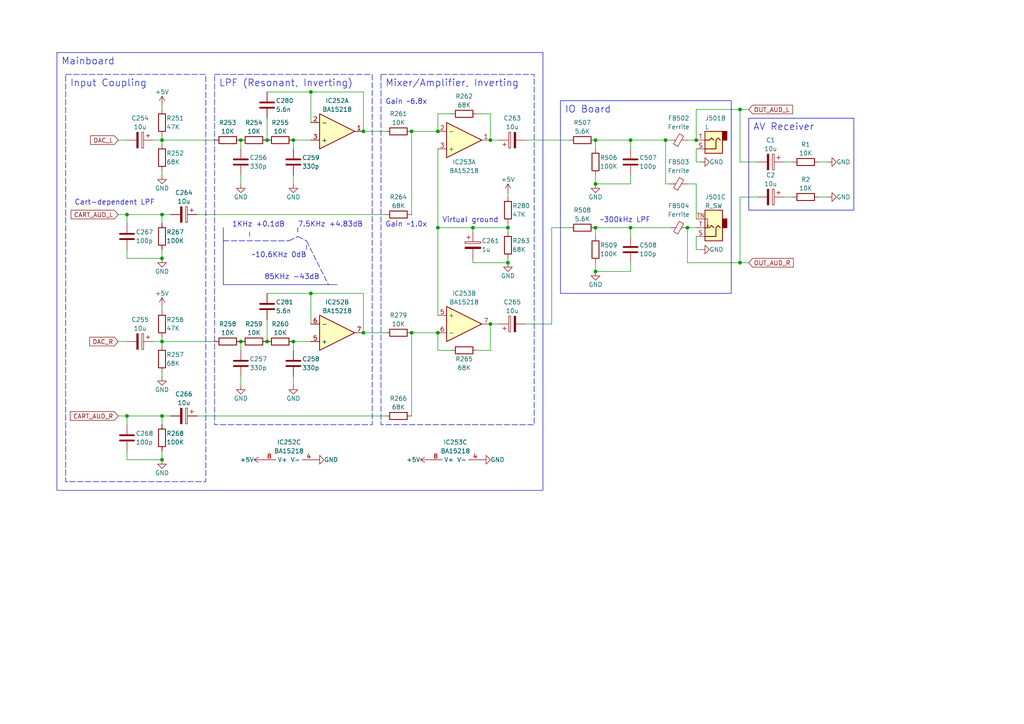
<source format=kicad_sch>
(kicad_sch (version 20230121) (generator eeschema)

  (uuid 3962d1b5-09a1-4ff8-b83f-a989027d8058)

  (paper "A4")

  (lib_symbols
    (symbol "Connector_Audio:AudioJack2" (in_bom yes) (on_board yes)
      (property "Reference" "J" (at 0 8.89 0)
        (effects (font (size 1.27 1.27)))
      )
      (property "Value" "AudioJack2" (at 0 6.35 0)
        (effects (font (size 1.27 1.27)))
      )
      (property "Footprint" "" (at 0 0 0)
        (effects (font (size 1.27 1.27)) hide)
      )
      (property "Datasheet" "~" (at 0 0 0)
        (effects (font (size 1.27 1.27)) hide)
      )
      (property "ki_keywords" "audio jack receptacle mono phone headphone TS connector" (at 0 0 0)
        (effects (font (size 1.27 1.27)) hide)
      )
      (property "ki_description" "Audio Jack, 2 Poles (Mono / TS)" (at 0 0 0)
        (effects (font (size 1.27 1.27)) hide)
      )
      (property "ki_fp_filters" "Jack*" (at 0 0 0)
        (effects (font (size 1.27 1.27)) hide)
      )
      (symbol "AudioJack2_0_1"
        (rectangle (start -3.81 0) (end -2.54 -2.54)
          (stroke (width 0.254) (type default))
          (fill (type outline))
        )
        (rectangle (start -2.54 3.81) (end 2.54 -2.54)
          (stroke (width 0.254) (type default))
          (fill (type background))
        )
        (polyline
          (pts
            (xy 0 0)
            (xy 0.635 -0.635)
            (xy 1.27 0)
            (xy 2.54 0)
          )
          (stroke (width 0.254) (type default))
          (fill (type none))
        )
        (polyline
          (pts
            (xy 2.54 2.54)
            (xy -0.635 2.54)
            (xy -0.635 0)
            (xy -1.27 -0.635)
            (xy -1.905 0)
          )
          (stroke (width 0.254) (type default))
          (fill (type none))
        )
      )
      (symbol "AudioJack2_1_1"
        (pin passive line (at 5.08 2.54 180) (length 2.54)
          (name "~" (effects (font (size 1.27 1.27))))
          (number "S" (effects (font (size 1.27 1.27))))
        )
        (pin passive line (at 5.08 0 180) (length 2.54)
          (name "~" (effects (font (size 1.27 1.27))))
          (number "T" (effects (font (size 1.27 1.27))))
        )
      )
    )
    (symbol "Connector_Audio:AudioJack2_SwitchT" (in_bom yes) (on_board yes)
      (property "Reference" "J" (at 0 8.89 0)
        (effects (font (size 1.27 1.27)))
      )
      (property "Value" "AudioJack2_SwitchT" (at 0 6.35 0)
        (effects (font (size 1.27 1.27)))
      )
      (property "Footprint" "" (at 0 0 0)
        (effects (font (size 1.27 1.27)) hide)
      )
      (property "Datasheet" "~" (at 0 0 0)
        (effects (font (size 1.27 1.27)) hide)
      )
      (property "ki_keywords" "audio jack receptacle mono headphones phone TS connector" (at 0 0 0)
        (effects (font (size 1.27 1.27)) hide)
      )
      (property "ki_description" "Audio Jack, 2 Poles (Mono / TS), Switched T Pole (Normalling)" (at 0 0 0)
        (effects (font (size 1.27 1.27)) hide)
      )
      (property "ki_fp_filters" "Jack*" (at 0 0 0)
        (effects (font (size 1.27 1.27)) hide)
      )
      (symbol "AudioJack2_SwitchT_0_1"
        (rectangle (start -2.54 0) (end -3.81 -2.54)
          (stroke (width 0.254) (type default))
          (fill (type outline))
        )
        (polyline
          (pts
            (xy 1.778 -0.254)
            (xy 2.032 -0.762)
          )
          (stroke (width 0) (type default))
          (fill (type none))
        )
        (polyline
          (pts
            (xy 0 0)
            (xy 0.635 -0.635)
            (xy 1.27 0)
            (xy 2.54 0)
          )
          (stroke (width 0.254) (type default))
          (fill (type none))
        )
        (polyline
          (pts
            (xy 2.54 -2.54)
            (xy 1.778 -2.54)
            (xy 1.778 -0.254)
            (xy 1.524 -0.762)
          )
          (stroke (width 0) (type default))
          (fill (type none))
        )
        (polyline
          (pts
            (xy 2.54 2.54)
            (xy -0.635 2.54)
            (xy -0.635 0)
            (xy -1.27 -0.635)
            (xy -1.905 0)
          )
          (stroke (width 0.254) (type default))
          (fill (type none))
        )
        (rectangle (start 2.54 3.81) (end -2.54 -5.08)
          (stroke (width 0.254) (type default))
          (fill (type background))
        )
      )
      (symbol "AudioJack2_SwitchT_1_1"
        (pin passive line (at 5.08 2.54 180) (length 2.54)
          (name "~" (effects (font (size 1.27 1.27))))
          (number "S" (effects (font (size 1.27 1.27))))
        )
        (pin passive line (at 5.08 0 180) (length 2.54)
          (name "~" (effects (font (size 1.27 1.27))))
          (number "T" (effects (font (size 1.27 1.27))))
        )
        (pin passive line (at 5.08 -2.54 180) (length 2.54)
          (name "~" (effects (font (size 1.27 1.27))))
          (number "TN" (effects (font (size 1.27 1.27))))
        )
      )
    )
    (symbol "Device:C" (pin_numbers hide) (pin_names (offset 0.254)) (in_bom yes) (on_board yes)
      (property "Reference" "C" (at 0.635 2.54 0)
        (effects (font (size 1.27 1.27)) (justify left))
      )
      (property "Value" "C" (at 0.635 -2.54 0)
        (effects (font (size 1.27 1.27)) (justify left))
      )
      (property "Footprint" "" (at 0.9652 -3.81 0)
        (effects (font (size 1.27 1.27)) hide)
      )
      (property "Datasheet" "~" (at 0 0 0)
        (effects (font (size 1.27 1.27)) hide)
      )
      (property "ki_keywords" "cap capacitor" (at 0 0 0)
        (effects (font (size 1.27 1.27)) hide)
      )
      (property "ki_description" "Unpolarized capacitor" (at 0 0 0)
        (effects (font (size 1.27 1.27)) hide)
      )
      (property "ki_fp_filters" "C_*" (at 0 0 0)
        (effects (font (size 1.27 1.27)) hide)
      )
      (symbol "C_0_1"
        (polyline
          (pts
            (xy -2.032 -0.762)
            (xy 2.032 -0.762)
          )
          (stroke (width 0.508) (type default))
          (fill (type none))
        )
        (polyline
          (pts
            (xy -2.032 0.762)
            (xy 2.032 0.762)
          )
          (stroke (width 0.508) (type default))
          (fill (type none))
        )
      )
      (symbol "C_1_1"
        (pin passive line (at 0 3.81 270) (length 2.794)
          (name "~" (effects (font (size 1.27 1.27))))
          (number "1" (effects (font (size 1.27 1.27))))
        )
        (pin passive line (at 0 -3.81 90) (length 2.794)
          (name "~" (effects (font (size 1.27 1.27))))
          (number "2" (effects (font (size 1.27 1.27))))
        )
      )
    )
    (symbol "Device:C_Polarized" (pin_numbers hide) (pin_names (offset 0.254)) (in_bom yes) (on_board yes)
      (property "Reference" "C" (at 0.635 2.54 0)
        (effects (font (size 1.27 1.27)) (justify left))
      )
      (property "Value" "C_Polarized" (at 0.635 -2.54 0)
        (effects (font (size 1.27 1.27)) (justify left))
      )
      (property "Footprint" "" (at 0.9652 -3.81 0)
        (effects (font (size 1.27 1.27)) hide)
      )
      (property "Datasheet" "~" (at 0 0 0)
        (effects (font (size 1.27 1.27)) hide)
      )
      (property "ki_keywords" "cap capacitor" (at 0 0 0)
        (effects (font (size 1.27 1.27)) hide)
      )
      (property "ki_description" "Polarized capacitor" (at 0 0 0)
        (effects (font (size 1.27 1.27)) hide)
      )
      (property "ki_fp_filters" "CP_*" (at 0 0 0)
        (effects (font (size 1.27 1.27)) hide)
      )
      (symbol "C_Polarized_0_1"
        (rectangle (start -2.286 0.508) (end 2.286 1.016)
          (stroke (width 0) (type default))
          (fill (type none))
        )
        (polyline
          (pts
            (xy -1.778 2.286)
            (xy -0.762 2.286)
          )
          (stroke (width 0) (type default))
          (fill (type none))
        )
        (polyline
          (pts
            (xy -1.27 2.794)
            (xy -1.27 1.778)
          )
          (stroke (width 0) (type default))
          (fill (type none))
        )
        (rectangle (start 2.286 -0.508) (end -2.286 -1.016)
          (stroke (width 0) (type default))
          (fill (type outline))
        )
      )
      (symbol "C_Polarized_1_1"
        (pin passive line (at 0 3.81 270) (length 2.794)
          (name "~" (effects (font (size 1.27 1.27))))
          (number "1" (effects (font (size 1.27 1.27))))
        )
        (pin passive line (at 0 -3.81 90) (length 2.794)
          (name "~" (effects (font (size 1.27 1.27))))
          (number "2" (effects (font (size 1.27 1.27))))
        )
      )
    )
    (symbol "Device:FerriteBead_Small" (pin_numbers hide) (pin_names (offset 0)) (in_bom yes) (on_board yes)
      (property "Reference" "FB" (at 1.905 1.27 0)
        (effects (font (size 1.27 1.27)) (justify left))
      )
      (property "Value" "FerriteBead_Small" (at 1.905 -1.27 0)
        (effects (font (size 1.27 1.27)) (justify left))
      )
      (property "Footprint" "" (at -1.778 0 90)
        (effects (font (size 1.27 1.27)) hide)
      )
      (property "Datasheet" "~" (at 0 0 0)
        (effects (font (size 1.27 1.27)) hide)
      )
      (property "ki_keywords" "L ferrite bead inductor filter" (at 0 0 0)
        (effects (font (size 1.27 1.27)) hide)
      )
      (property "ki_description" "Ferrite bead, small symbol" (at 0 0 0)
        (effects (font (size 1.27 1.27)) hide)
      )
      (property "ki_fp_filters" "Inductor_* L_* *Ferrite*" (at 0 0 0)
        (effects (font (size 1.27 1.27)) hide)
      )
      (symbol "FerriteBead_Small_0_1"
        (polyline
          (pts
            (xy 0 -1.27)
            (xy 0 -0.7874)
          )
          (stroke (width 0) (type default))
          (fill (type none))
        )
        (polyline
          (pts
            (xy 0 0.889)
            (xy 0 1.2954)
          )
          (stroke (width 0) (type default))
          (fill (type none))
        )
        (polyline
          (pts
            (xy -1.8288 0.2794)
            (xy -1.1176 1.4986)
            (xy 1.8288 -0.2032)
            (xy 1.1176 -1.4224)
            (xy -1.8288 0.2794)
          )
          (stroke (width 0) (type default))
          (fill (type none))
        )
      )
      (symbol "FerriteBead_Small_1_1"
        (pin passive line (at 0 2.54 270) (length 1.27)
          (name "~" (effects (font (size 1.27 1.27))))
          (number "1" (effects (font (size 1.27 1.27))))
        )
        (pin passive line (at 0 -2.54 90) (length 1.27)
          (name "~" (effects (font (size 1.27 1.27))))
          (number "2" (effects (font (size 1.27 1.27))))
        )
      )
    )
    (symbol "Device:Opamp_Dual" (in_bom yes) (on_board yes)
      (property "Reference" "U" (at 0 5.08 0)
        (effects (font (size 1.27 1.27)) (justify left))
      )
      (property "Value" "Opamp_Dual" (at 0 -5.08 0)
        (effects (font (size 1.27 1.27)) (justify left))
      )
      (property "Footprint" "" (at 0 0 0)
        (effects (font (size 1.27 1.27)) hide)
      )
      (property "Datasheet" "~" (at 0 0 0)
        (effects (font (size 1.27 1.27)) hide)
      )
      (property "ki_locked" "" (at 0 0 0)
        (effects (font (size 1.27 1.27)))
      )
      (property "ki_keywords" "dual opamp" (at 0 0 0)
        (effects (font (size 1.27 1.27)) hide)
      )
      (property "ki_description" "Dual operational amplifier" (at 0 0 0)
        (effects (font (size 1.27 1.27)) hide)
      )
      (property "ki_fp_filters" "SOIC*3.9x4.9mm*P1.27mm* DIP*W7.62mm* MSOP*3x3mm*P0.65mm* SSOP*2.95x2.8mm*P0.65mm* TSSOP*3x3mm*P0.65mm* VSSOP*P0.5mm* TO?99*" (at 0 0 0)
        (effects (font (size 1.27 1.27)) hide)
      )
      (symbol "Opamp_Dual_1_1"
        (polyline
          (pts
            (xy -5.08 5.08)
            (xy 5.08 0)
            (xy -5.08 -5.08)
            (xy -5.08 5.08)
          )
          (stroke (width 0.254) (type default))
          (fill (type background))
        )
        (pin output line (at 7.62 0 180) (length 2.54)
          (name "~" (effects (font (size 1.27 1.27))))
          (number "1" (effects (font (size 1.27 1.27))))
        )
        (pin input line (at -7.62 -2.54 0) (length 2.54)
          (name "-" (effects (font (size 1.27 1.27))))
          (number "2" (effects (font (size 1.27 1.27))))
        )
        (pin input line (at -7.62 2.54 0) (length 2.54)
          (name "+" (effects (font (size 1.27 1.27))))
          (number "3" (effects (font (size 1.27 1.27))))
        )
      )
      (symbol "Opamp_Dual_2_1"
        (polyline
          (pts
            (xy -5.08 5.08)
            (xy 5.08 0)
            (xy -5.08 -5.08)
            (xy -5.08 5.08)
          )
          (stroke (width 0.254) (type default))
          (fill (type background))
        )
        (pin input line (at -7.62 2.54 0) (length 2.54)
          (name "+" (effects (font (size 1.27 1.27))))
          (number "5" (effects (font (size 1.27 1.27))))
        )
        (pin input line (at -7.62 -2.54 0) (length 2.54)
          (name "-" (effects (font (size 1.27 1.27))))
          (number "6" (effects (font (size 1.27 1.27))))
        )
        (pin output line (at 7.62 0 180) (length 2.54)
          (name "~" (effects (font (size 1.27 1.27))))
          (number "7" (effects (font (size 1.27 1.27))))
        )
      )
      (symbol "Opamp_Dual_3_1"
        (pin power_in line (at -2.54 -7.62 90) (length 3.81)
          (name "V-" (effects (font (size 1.27 1.27))))
          (number "4" (effects (font (size 1.27 1.27))))
        )
        (pin power_in line (at -2.54 7.62 270) (length 3.81)
          (name "V+" (effects (font (size 1.27 1.27))))
          (number "8" (effects (font (size 1.27 1.27))))
        )
      )
    )
    (symbol "Device:R" (pin_numbers hide) (pin_names (offset 0)) (in_bom yes) (on_board yes)
      (property "Reference" "R" (at 2.032 0 90)
        (effects (font (size 1.27 1.27)))
      )
      (property "Value" "R" (at 0 0 90)
        (effects (font (size 1.27 1.27)))
      )
      (property "Footprint" "" (at -1.778 0 90)
        (effects (font (size 1.27 1.27)) hide)
      )
      (property "Datasheet" "~" (at 0 0 0)
        (effects (font (size 1.27 1.27)) hide)
      )
      (property "ki_keywords" "R res resistor" (at 0 0 0)
        (effects (font (size 1.27 1.27)) hide)
      )
      (property "ki_description" "Resistor" (at 0 0 0)
        (effects (font (size 1.27 1.27)) hide)
      )
      (property "ki_fp_filters" "R_*" (at 0 0 0)
        (effects (font (size 1.27 1.27)) hide)
      )
      (symbol "R_0_1"
        (rectangle (start -1.016 -2.54) (end 1.016 2.54)
          (stroke (width 0.254) (type default))
          (fill (type none))
        )
      )
      (symbol "R_1_1"
        (pin passive line (at 0 3.81 270) (length 1.27)
          (name "~" (effects (font (size 1.27 1.27))))
          (number "1" (effects (font (size 1.27 1.27))))
        )
        (pin passive line (at 0 -3.81 90) (length 1.27)
          (name "~" (effects (font (size 1.27 1.27))))
          (number "2" (effects (font (size 1.27 1.27))))
        )
      )
    )
    (symbol "power:+5V" (power) (pin_names (offset 0)) (in_bom yes) (on_board yes)
      (property "Reference" "#PWR" (at 0 -3.81 0)
        (effects (font (size 1.27 1.27)) hide)
      )
      (property "Value" "+5V" (at 0 3.556 0)
        (effects (font (size 1.27 1.27)))
      )
      (property "Footprint" "" (at 0 0 0)
        (effects (font (size 1.27 1.27)) hide)
      )
      (property "Datasheet" "" (at 0 0 0)
        (effects (font (size 1.27 1.27)) hide)
      )
      (property "ki_keywords" "global power" (at 0 0 0)
        (effects (font (size 1.27 1.27)) hide)
      )
      (property "ki_description" "Power symbol creates a global label with name \"+5V\"" (at 0 0 0)
        (effects (font (size 1.27 1.27)) hide)
      )
      (symbol "+5V_0_1"
        (polyline
          (pts
            (xy -0.762 1.27)
            (xy 0 2.54)
          )
          (stroke (width 0) (type default))
          (fill (type none))
        )
        (polyline
          (pts
            (xy 0 0)
            (xy 0 2.54)
          )
          (stroke (width 0) (type default))
          (fill (type none))
        )
        (polyline
          (pts
            (xy 0 2.54)
            (xy 0.762 1.27)
          )
          (stroke (width 0) (type default))
          (fill (type none))
        )
      )
      (symbol "+5V_1_1"
        (pin power_in line (at 0 0 90) (length 0) hide
          (name "+5V" (effects (font (size 1.27 1.27))))
          (number "1" (effects (font (size 1.27 1.27))))
        )
      )
    )
    (symbol "power:GND" (power) (pin_names (offset 0)) (in_bom yes) (on_board yes)
      (property "Reference" "#PWR" (at 0 -6.35 0)
        (effects (font (size 1.27 1.27)) hide)
      )
      (property "Value" "GND" (at 0 -3.81 0)
        (effects (font (size 1.27 1.27)))
      )
      (property "Footprint" "" (at 0 0 0)
        (effects (font (size 1.27 1.27)) hide)
      )
      (property "Datasheet" "" (at 0 0 0)
        (effects (font (size 1.27 1.27)) hide)
      )
      (property "ki_keywords" "global power" (at 0 0 0)
        (effects (font (size 1.27 1.27)) hide)
      )
      (property "ki_description" "Power symbol creates a global label with name \"GND\" , ground" (at 0 0 0)
        (effects (font (size 1.27 1.27)) hide)
      )
      (symbol "GND_0_1"
        (polyline
          (pts
            (xy 0 0)
            (xy 0 -1.27)
            (xy 1.27 -1.27)
            (xy 0 -2.54)
            (xy -1.27 -1.27)
            (xy 0 -1.27)
          )
          (stroke (width 0) (type default))
          (fill (type none))
        )
      )
      (symbol "GND_1_1"
        (pin power_in line (at 0 0 270) (length 0) hide
          (name "GND" (effects (font (size 1.27 1.27))))
          (number "1" (effects (font (size 1.27 1.27))))
        )
      )
    )
  )

  (junction (at 172.72 78.74) (diameter 0) (color 0 0 0 0)
    (uuid 03a22fd8-1188-47a0-9537-ccf0974cb9c5)
  )
  (junction (at 172.72 53.34) (diameter 0) (color 0 0 0 0)
    (uuid 12426c87-4d5b-4871-ad96-b3635050ecf9)
  )
  (junction (at 85.09 40.64) (diameter 0) (color 0 0 0 0)
    (uuid 15990450-9334-4acb-9ef3-8b2aec910ec9)
  )
  (junction (at 127 96.52) (diameter 0) (color 0 0 0 0)
    (uuid 16c41808-de5c-4ab8-812d-17ff143ce693)
  )
  (junction (at 147.32 76.2) (diameter 0) (color 0 0 0 0)
    (uuid 17a64d7c-63f1-4e6c-9b95-939b3bff9070)
  )
  (junction (at 46.99 74.93) (diameter 0) (color 0 0 0 0)
    (uuid 1ae47877-099b-4dc6-8f4d-a383ae0a036f)
  )
  (junction (at 69.85 40.64) (diameter 0) (color 0 0 0 0)
    (uuid 1cc1f945-6be4-42b1-b664-e339635c7bcc)
  )
  (junction (at 77.47 40.64) (diameter 0) (color 0 0 0 0)
    (uuid 1f64e329-2931-453c-8f02-435382764453)
  )
  (junction (at 69.85 99.06) (diameter 0) (color 0 0 0 0)
    (uuid 2119a729-7820-4451-960e-ad9c6525b1bc)
  )
  (junction (at 46.99 40.64) (diameter 0) (color 0 0 0 0)
    (uuid 217b7686-57d6-46f3-b847-13bbf7b18fc3)
  )
  (junction (at 201.93 40.64) (diameter 0) (color 0 0 0 0)
    (uuid 243ca36c-b31b-460f-8148-f7a05d25b753)
  )
  (junction (at 172.72 40.64) (diameter 0) (color 0 0 0 0)
    (uuid 257d2917-406d-4b7a-ae1b-45d17f6a987b)
  )
  (junction (at 172.72 66.04) (diameter 0) (color 0 0 0 0)
    (uuid 25e9e520-68df-451d-b2d4-2fb3012cab5c)
  )
  (junction (at 105.41 96.52) (diameter 0) (color 0 0 0 0)
    (uuid 328fa993-2c8e-42d6-934c-3a9f247d10e9)
  )
  (junction (at 90.17 26.67) (diameter 0) (color 0 0 0 0)
    (uuid 3d5c1c91-1b0d-4746-a64c-4f3084c4e91c)
  )
  (junction (at 119.38 96.52) (diameter 0) (color 0 0 0 0)
    (uuid 3f92de8f-9c9d-4eae-be17-bcc62dc82967)
  )
  (junction (at 46.99 120.65) (diameter 0) (color 0 0 0 0)
    (uuid 4103eeb4-8fa2-4715-b7f5-94b8d8baac63)
  )
  (junction (at 193.04 40.64) (diameter 0) (color 0 0 0 0)
    (uuid 416e6f0e-3ab9-46b8-9ef0-67da15cb5bde)
  )
  (junction (at 147.32 66.04) (diameter 0) (color 0 0 0 0)
    (uuid 41a8e80f-ae3d-4709-bc34-f623917e0a92)
  )
  (junction (at 137.16 66.04) (diameter 0) (color 0 0 0 0)
    (uuid 455fea81-bdae-4836-85dc-fd15d114cda4)
  )
  (junction (at 90.17 85.09) (diameter 0) (color 0 0 0 0)
    (uuid 49f5f048-645d-46fd-b365-a96f27383209)
  )
  (junction (at 119.38 38.1) (diameter 0) (color 0 0 0 0)
    (uuid 54ef3b8f-d428-4dfc-8122-a471d33cb43f)
  )
  (junction (at 105.41 38.1) (diameter 0) (color 0 0 0 0)
    (uuid 56f637a7-2448-4d9f-b5be-23e4988e957b)
  )
  (junction (at 85.09 99.06) (diameter 0) (color 0 0 0 0)
    (uuid 58b83bbe-a3fc-4161-a8f9-9eb77a5d8205)
  )
  (junction (at 36.83 120.65) (diameter 0) (color 0 0 0 0)
    (uuid 59fff0fe-66a4-45b9-882b-0e73a1856669)
  )
  (junction (at 142.24 93.98) (diameter 0) (color 0 0 0 0)
    (uuid 5ac993d3-0245-4da8-af68-5dd4b2e166e1)
  )
  (junction (at 127 66.04) (diameter 0) (color 0 0 0 0)
    (uuid 6de0864d-1c3c-4fd1-8d17-3bc84278ef84)
  )
  (junction (at 36.83 62.23) (diameter 0) (color 0 0 0 0)
    (uuid 706fdcc5-c306-4d2c-b9f3-f3df0f8fe4e2)
  )
  (junction (at 46.99 133.35) (diameter 0) (color 0 0 0 0)
    (uuid 75309099-6094-48ab-a85d-1483fdc7f8b8)
  )
  (junction (at 214.63 76.2) (diameter 0) (color 0 0 0 0)
    (uuid 7c7b0ae1-dc24-43ec-8458-342d56422cb8)
  )
  (junction (at 46.99 62.23) (diameter 0) (color 0 0 0 0)
    (uuid 8328c12b-3d5b-4460-b0b5-2e4ffd5189e1)
  )
  (junction (at 127 38.1) (diameter 0) (color 0 0 0 0)
    (uuid 841155cc-4ada-438b-9840-55e931f33f66)
  )
  (junction (at 214.63 31.75) (diameter 0) (color 0 0 0 0)
    (uuid 9c9ed3d7-3875-467e-b053-423d0af60652)
  )
  (junction (at 199.39 66.04) (diameter 0) (color 0 0 0 0)
    (uuid a8f17ce2-b572-409d-a417-e9524dfcf34e)
  )
  (junction (at 46.99 99.06) (diameter 0) (color 0 0 0 0)
    (uuid c87e2537-6437-454f-8ee2-70c16e1066e8)
  )
  (junction (at 77.47 99.06) (diameter 0) (color 0 0 0 0)
    (uuid cc108282-0624-4018-8d5a-eaf6f2e0fca6)
  )
  (junction (at 142.24 40.64) (diameter 0) (color 0 0 0 0)
    (uuid ccf0bff2-fc4a-46c9-9498-4a1700afc0e2)
  )
  (junction (at 182.88 40.64) (diameter 0) (color 0 0 0 0)
    (uuid d5a07d67-cc06-4d41-b452-669652ad6cc9)
  )
  (junction (at 182.88 66.04) (diameter 0) (color 0 0 0 0)
    (uuid f960a1a1-e4af-4bdc-a8c7-26e4f33e646e)
  )

  (wire (pts (xy 46.99 74.93) (xy 46.99 72.39))
    (stroke (width 0) (type default))
    (uuid 0656468e-14ed-45b8-9fbb-eb45c280d1da)
  )
  (wire (pts (xy 137.16 67.31) (xy 137.16 66.04))
    (stroke (width 0) (type default))
    (uuid 0738b1e4-8a78-4300-ad4d-39c9cafe2f80)
  )
  (wire (pts (xy 36.83 74.93) (xy 46.99 74.93))
    (stroke (width 0) (type default))
    (uuid 07656846-3728-4c16-bfe1-8d4febb58788)
  )
  (wire (pts (xy 46.99 62.23) (xy 46.99 64.77))
    (stroke (width 0) (type default))
    (uuid 08b41327-11e2-4937-a2e5-31027345509c)
  )
  (wire (pts (xy 46.99 99.06) (xy 46.99 100.33))
    (stroke (width 0) (type default))
    (uuid 08c9eca7-6c20-4cc7-b9dd-b85f9381115f)
  )
  (wire (pts (xy 214.63 57.15) (xy 219.71 57.15))
    (stroke (width 0) (type default))
    (uuid 0aaae2bc-8a96-457d-94d5-65ca6dc57859)
  )
  (wire (pts (xy 172.72 40.64) (xy 172.72 43.18))
    (stroke (width 0) (type default))
    (uuid 0ff69ffe-6df6-4108-a678-31f8f343c035)
  )
  (wire (pts (xy 201.93 40.64) (xy 201.93 31.75))
    (stroke (width 0) (type default))
    (uuid 1087debe-86da-4217-a039-ca73975a221c)
  )
  (wire (pts (xy 46.99 130.81) (xy 46.99 133.35))
    (stroke (width 0) (type default))
    (uuid 12edfd65-e95d-4720-bcae-6aad2e5fc959)
  )
  (wire (pts (xy 137.16 76.2) (xy 137.16 74.93))
    (stroke (width 0) (type default))
    (uuid 163e7cad-7008-4085-9bf8-067aa57649ed)
  )
  (polyline (pts (xy 64.77 82.55) (xy 97.79 82.55))
    (stroke (width 0) (type default))
    (uuid 16b19733-d14f-404d-91be-a7cfd15e9321)
  )
  (polyline (pts (xy 64.77 69.85) (xy 83.82 69.85))
    (stroke (width 0) (type dash))
    (uuid 19af8e60-5cbe-4ab4-b287-0e2ab217c67e)
  )

  (wire (pts (xy 142.24 40.64) (xy 144.78 40.64))
    (stroke (width 0) (type default))
    (uuid 1b9d891d-eafc-46b9-92e9-7d957a249955)
  )
  (wire (pts (xy 105.41 96.52) (xy 111.76 96.52))
    (stroke (width 0) (type default))
    (uuid 1d72557a-859e-429e-9778-b0cb3605d423)
  )
  (polyline (pts (xy 83.82 69.85) (xy 86.36 68.58))
    (stroke (width 0) (type dash))
    (uuid 1d931cc0-9473-4df2-96a9-3fca6bba862e)
  )

  (wire (pts (xy 182.88 66.04) (xy 182.88 68.58))
    (stroke (width 0) (type default))
    (uuid 20b04e0c-793e-4b0e-99f4-239b797e9c35)
  )
  (wire (pts (xy 182.88 40.64) (xy 193.04 40.64))
    (stroke (width 0) (type default))
    (uuid 27390260-1e09-4d31-9a3c-e9f83f4f33ea)
  )
  (wire (pts (xy 214.63 46.99) (xy 219.71 46.99))
    (stroke (width 0) (type default))
    (uuid 283747d3-1f63-48b8-9346-f1f1b2b2436d)
  )
  (wire (pts (xy 172.72 78.74) (xy 182.88 78.74))
    (stroke (width 0) (type default))
    (uuid 30fe18bd-4f18-4c58-8557-014acb82e77f)
  )
  (wire (pts (xy 152.4 93.98) (xy 160.02 93.98))
    (stroke (width 0) (type default))
    (uuid 3d5ed765-52af-4fe4-9e4e-7cad9a4c9afd)
  )
  (wire (pts (xy 85.09 99.06) (xy 90.17 99.06))
    (stroke (width 0) (type default))
    (uuid 48b7fe30-b85b-4746-9fd8-efa5e4ac102e)
  )
  (wire (pts (xy 90.17 85.09) (xy 90.17 93.98))
    (stroke (width 0) (type default))
    (uuid 4b3f7ee2-1d8a-4398-ad2e-971a4da72baa)
  )
  (wire (pts (xy 127 66.04) (xy 137.16 66.04))
    (stroke (width 0) (type default))
    (uuid 4e660686-2e9f-4493-9952-0c7389f97dcd)
  )
  (wire (pts (xy 160.02 66.04) (xy 165.1 66.04))
    (stroke (width 0) (type default))
    (uuid 4fb3d572-d916-41b7-8bef-d0bb4fec0b55)
  )
  (wire (pts (xy 199.39 76.2) (xy 214.63 76.2))
    (stroke (width 0) (type default))
    (uuid 52d0bb3c-eeb4-4038-95d6-39199c844435)
  )
  (wire (pts (xy 119.38 96.52) (xy 127 96.52))
    (stroke (width 0) (type default))
    (uuid 5311b358-ce6c-4e87-9f72-5c75a2c935dd)
  )
  (wire (pts (xy 105.41 38.1) (xy 111.76 38.1))
    (stroke (width 0) (type default))
    (uuid 55ccbc0c-41f7-4505-871c-facfeae08710)
  )
  (wire (pts (xy 138.43 101.6) (xy 142.24 101.6))
    (stroke (width 0) (type default))
    (uuid 5623e291-cb31-48e2-97d4-19369382851d)
  )
  (wire (pts (xy 193.04 53.34) (xy 194.31 53.34))
    (stroke (width 0) (type default))
    (uuid 564fbfe5-8a43-4cd8-83e2-69136c104dc2)
  )
  (wire (pts (xy 85.09 53.34) (xy 85.09 50.8))
    (stroke (width 0) (type default))
    (uuid 56b120e0-850b-41a0-835b-d0887a2a8e0c)
  )
  (wire (pts (xy 142.24 93.98) (xy 142.24 101.6))
    (stroke (width 0) (type default))
    (uuid 56fde510-0918-405b-bf5c-3d56a3b834e3)
  )
  (wire (pts (xy 199.39 53.34) (xy 201.93 53.34))
    (stroke (width 0) (type default))
    (uuid 595d9924-b8bf-4bec-bf57-a5e4aae23018)
  )
  (wire (pts (xy 182.88 66.04) (xy 194.31 66.04))
    (stroke (width 0) (type default))
    (uuid 5aca60e7-2f8d-4aba-98ca-0a34ab752de9)
  )
  (wire (pts (xy 69.85 53.34) (xy 69.85 50.8))
    (stroke (width 0) (type default))
    (uuid 5b461167-e478-478b-97b4-e4b7cd484e2a)
  )
  (wire (pts (xy 172.72 66.04) (xy 182.88 66.04))
    (stroke (width 0) (type default))
    (uuid 5c97955c-8c88-41f2-8168-22bd4f9c3421)
  )
  (wire (pts (xy 57.15 62.23) (xy 111.76 62.23))
    (stroke (width 0) (type default))
    (uuid 5c98a3b6-b80f-480f-8f99-14266e3b5e40)
  )
  (wire (pts (xy 214.63 46.99) (xy 214.63 31.75))
    (stroke (width 0) (type default))
    (uuid 6192175a-aac4-4436-a2ff-f88fb5f3266c)
  )
  (wire (pts (xy 199.39 66.04) (xy 199.39 76.2))
    (stroke (width 0) (type default))
    (uuid 62470279-ae55-4af6-9100-7bd6be30cc46)
  )
  (wire (pts (xy 142.24 93.98) (xy 144.78 93.98))
    (stroke (width 0) (type default))
    (uuid 62b7a542-2c29-43be-90e5-81c7ab720589)
  )
  (wire (pts (xy 36.83 133.35) (xy 46.99 133.35))
    (stroke (width 0) (type default))
    (uuid 638ef112-bb44-4a56-b8ca-f378cff93ca6)
  )
  (wire (pts (xy 147.32 64.77) (xy 147.32 66.04))
    (stroke (width 0) (type default))
    (uuid 66a4f7ec-c2ef-4fc4-9dd9-68b0c9abdd6f)
  )
  (wire (pts (xy 69.85 111.76) (xy 69.85 109.22))
    (stroke (width 0) (type default))
    (uuid 682614bf-f2a7-494d-b7f9-74ef5dfaaa95)
  )
  (wire (pts (xy 160.02 66.04) (xy 160.02 93.98))
    (stroke (width 0) (type default))
    (uuid 6828df1c-2def-42fe-8720-e36f8e578f9d)
  )
  (wire (pts (xy 227.33 57.15) (xy 229.87 57.15))
    (stroke (width 0) (type default))
    (uuid 6b2f595c-5991-443f-b7b1-1ed307e8fb26)
  )
  (wire (pts (xy 46.99 99.06) (xy 62.23 99.06))
    (stroke (width 0) (type default))
    (uuid 6cdf55a9-614b-401c-a001-6fd3a1570f48)
  )
  (wire (pts (xy 44.45 99.06) (xy 46.99 99.06))
    (stroke (width 0) (type default))
    (uuid 6dc771b9-eb8c-4ece-9f40-f98f87a93827)
  )
  (wire (pts (xy 182.88 40.64) (xy 182.88 43.18))
    (stroke (width 0) (type default))
    (uuid 6f0eeb38-b28d-4396-bc7b-71fee87858bb)
  )
  (wire (pts (xy 199.39 66.04) (xy 201.93 66.04))
    (stroke (width 0) (type default))
    (uuid 70fa7aa8-617f-4344-b372-23f61e1535ed)
  )
  (wire (pts (xy 90.17 85.09) (xy 105.41 85.09))
    (stroke (width 0) (type default))
    (uuid 717dd517-9caf-408c-832c-87669658ed68)
  )
  (wire (pts (xy 130.81 33.02) (xy 127 33.02))
    (stroke (width 0) (type default))
    (uuid 741aa480-ba84-4d7a-902d-c17d8eb45fc1)
  )
  (wire (pts (xy 77.47 92.71) (xy 77.47 99.06))
    (stroke (width 0) (type default))
    (uuid 756ee349-538f-4a7d-81b5-2b4cdd30fe56)
  )
  (wire (pts (xy 182.88 50.8) (xy 182.88 53.34))
    (stroke (width 0) (type default))
    (uuid 762cb51a-bfb7-4535-a3c0-391991c97fd1)
  )
  (wire (pts (xy 142.24 33.02) (xy 142.24 40.64))
    (stroke (width 0) (type default))
    (uuid 7643560c-a60f-463e-aa96-b3b796623ecf)
  )
  (wire (pts (xy 119.38 96.52) (xy 119.38 120.65))
    (stroke (width 0) (type default))
    (uuid 7725fafe-7160-4aad-b6c5-c5440ecd14d1)
  )
  (wire (pts (xy 77.47 34.29) (xy 77.47 40.64))
    (stroke (width 0) (type default))
    (uuid 78032703-93c1-4a2b-8c23-79ede04b218b)
  )
  (wire (pts (xy 46.99 88.9) (xy 46.99 90.17))
    (stroke (width 0) (type default))
    (uuid 78a40710-9d2f-49c8-8cbc-cc750f77ba63)
  )
  (wire (pts (xy 46.99 40.64) (xy 46.99 41.91))
    (stroke (width 0) (type default))
    (uuid 7e84c2f5-b577-4cac-a128-6199ef03d1f6)
  )
  (wire (pts (xy 36.83 120.65) (xy 46.99 120.65))
    (stroke (width 0) (type default))
    (uuid 88f52e44-a98c-48db-b7aa-019d9b7f2cfa)
  )
  (wire (pts (xy 46.99 40.64) (xy 62.23 40.64))
    (stroke (width 0) (type default))
    (uuid 894cd7af-597d-43b4-85fe-2939eaa2b99c)
  )
  (wire (pts (xy 85.09 99.06) (xy 85.09 101.6))
    (stroke (width 0) (type default))
    (uuid 898c2bba-847e-4044-91de-15b268aff5c2)
  )
  (wire (pts (xy 172.72 40.64) (xy 182.88 40.64))
    (stroke (width 0) (type default))
    (uuid 8afe4b60-75cc-4593-8862-59a79d04dc13)
  )
  (wire (pts (xy 127 96.52) (xy 127 101.6))
    (stroke (width 0) (type default))
    (uuid 8d002be7-d080-4068-a218-9c8239073c24)
  )
  (wire (pts (xy 172.72 76.2) (xy 172.72 78.74))
    (stroke (width 0) (type default))
    (uuid 8d1b484c-c4eb-46de-b582-d1c5c232029d)
  )
  (wire (pts (xy 127 43.18) (xy 127 66.04))
    (stroke (width 0) (type default))
    (uuid 8db340ac-1cce-4252-a9c6-56d20be58464)
  )
  (wire (pts (xy 46.99 39.37) (xy 46.99 40.64))
    (stroke (width 0) (type default))
    (uuid 8e2cda47-b240-4ff4-a490-ab59bfe3b5e4)
  )
  (wire (pts (xy 201.93 46.99) (xy 201.93 43.18))
    (stroke (width 0) (type default))
    (uuid 8ee1f062-2246-4cfe-9838-b6c7f81fd6b9)
  )
  (wire (pts (xy 130.81 101.6) (xy 127 101.6))
    (stroke (width 0) (type default))
    (uuid 90081abc-962d-4bb7-90c7-e8f0e8736c92)
  )
  (wire (pts (xy 49.53 120.65) (xy 46.99 120.65))
    (stroke (width 0) (type default))
    (uuid 913bec0c-0994-4a9e-a490-9424c59a94c9)
  )
  (wire (pts (xy 137.16 76.2) (xy 147.32 76.2))
    (stroke (width 0) (type default))
    (uuid 91dec524-9acf-4564-9893-f3f2f39f96a5)
  )
  (wire (pts (xy 36.83 133.35) (xy 36.83 130.81))
    (stroke (width 0) (type default))
    (uuid 9238edad-8ea8-469f-bdc5-fcd7624ebe08)
  )
  (wire (pts (xy 44.45 40.64) (xy 46.99 40.64))
    (stroke (width 0) (type default))
    (uuid 92655628-d588-49b6-ad25-e63ecac850da)
  )
  (wire (pts (xy 237.49 57.15) (xy 240.03 57.15))
    (stroke (width 0) (type default))
    (uuid 9271c706-be7e-4676-9424-9f8b37d3027e)
  )
  (wire (pts (xy 36.83 62.23) (xy 36.83 64.77))
    (stroke (width 0) (type default))
    (uuid 99e1c1e2-6a5d-471e-b255-248ffce625dc)
  )
  (wire (pts (xy 147.32 55.88) (xy 147.32 57.15))
    (stroke (width 0) (type default))
    (uuid 9b34b334-f149-4257-a07f-feaee70ea769)
  )
  (wire (pts (xy 85.09 111.76) (xy 85.09 109.22))
    (stroke (width 0) (type default))
    (uuid 9be9495a-a51a-4e3b-a5d7-47e64484b9e2)
  )
  (wire (pts (xy 34.29 99.06) (xy 36.83 99.06))
    (stroke (width 0) (type default))
    (uuid 9e49ef5f-1fb0-44fd-8ddd-516f9421d54a)
  )
  (polyline (pts (xy 86.36 68.58) (xy 88.9 69.85))
    (stroke (width 0) (type dash))
    (uuid 9f5a28ef-bad4-4904-a5c4-fb3703e82407)
  )

  (wire (pts (xy 127 33.02) (xy 127 38.1))
    (stroke (width 0) (type default))
    (uuid 9f753157-6e09-42b5-947d-fd7e858cd918)
  )
  (wire (pts (xy 77.47 85.09) (xy 90.17 85.09))
    (stroke (width 0) (type default))
    (uuid a0d60bfa-dcfd-4721-98c5-0297e70ccb2e)
  )
  (wire (pts (xy 172.72 53.34) (xy 182.88 53.34))
    (stroke (width 0) (type default))
    (uuid a3ace09d-65b9-4e26-99d5-3eecc57f3bc9)
  )
  (wire (pts (xy 34.29 62.23) (xy 36.83 62.23))
    (stroke (width 0) (type default))
    (uuid a4a86770-8cb6-409d-89b5-8f59dc7c8892)
  )
  (wire (pts (xy 119.38 38.1) (xy 119.38 62.23))
    (stroke (width 0) (type default))
    (uuid a5400aaa-123a-46ab-92ba-9720e9880fea)
  )
  (wire (pts (xy 203.2 72.39) (xy 201.93 72.39))
    (stroke (width 0) (type default))
    (uuid ab671434-c1ee-4dc0-8f94-cc6f5c521368)
  )
  (wire (pts (xy 152.4 40.64) (xy 165.1 40.64))
    (stroke (width 0) (type default))
    (uuid ac8172f8-eeb5-41d6-b57d-931b02eb6339)
  )
  (wire (pts (xy 90.17 26.67) (xy 90.17 35.56))
    (stroke (width 0) (type default))
    (uuid b081f377-82a9-4c69-a19a-9230188b657e)
  )
  (wire (pts (xy 203.2 46.99) (xy 201.93 46.99))
    (stroke (width 0) (type default))
    (uuid b5c39b43-94f5-4f82-93b8-826532375606)
  )
  (wire (pts (xy 105.41 85.09) (xy 105.41 96.52))
    (stroke (width 0) (type default))
    (uuid b7b1604f-cd4b-44b8-9d29-eda7e6393267)
  )
  (wire (pts (xy 85.09 40.64) (xy 90.17 40.64))
    (stroke (width 0) (type default))
    (uuid b860f72b-6777-44b8-9704-893d35bd64f2)
  )
  (wire (pts (xy 90.17 26.67) (xy 105.41 26.67))
    (stroke (width 0) (type default))
    (uuid b8c4a036-302e-456f-a4c8-498bf6235a30)
  )
  (polyline (pts (xy 64.77 66.04) (xy 64.77 82.55))
    (stroke (width 0) (type default))
    (uuid b9acd3cb-488e-4c53-b7ef-c5a295c8dfa6)
  )

  (wire (pts (xy 57.15 120.65) (xy 111.76 120.65))
    (stroke (width 0) (type default))
    (uuid bbd0bd89-b4fd-4f97-9f60-fa4db7e13844)
  )
  (wire (pts (xy 46.99 120.65) (xy 46.99 123.19))
    (stroke (width 0) (type default))
    (uuid bda9eb35-716c-4401-a0d4-fc270798ca17)
  )
  (wire (pts (xy 237.49 46.99) (xy 240.03 46.99))
    (stroke (width 0) (type default))
    (uuid be893536-ca28-493a-b1f5-d5eb21c4fdfd)
  )
  (wire (pts (xy 46.99 97.79) (xy 46.99 99.06))
    (stroke (width 0) (type default))
    (uuid c27166a5-6a46-433e-bb74-ce0cb6b5de6c)
  )
  (wire (pts (xy 214.63 76.2) (xy 214.63 57.15))
    (stroke (width 0) (type default))
    (uuid c4b3616b-50e6-4aff-8f2d-6f090004c8f2)
  )
  (wire (pts (xy 147.32 74.93) (xy 147.32 76.2))
    (stroke (width 0) (type default))
    (uuid c56d010d-91d4-4dcb-8f66-b5db2fc795c7)
  )
  (wire (pts (xy 85.09 40.64) (xy 85.09 43.18))
    (stroke (width 0) (type default))
    (uuid c5e09b94-d75b-4df1-b280-b6c09603a375)
  )
  (wire (pts (xy 46.99 62.23) (xy 49.53 62.23))
    (stroke (width 0) (type default))
    (uuid c6610f03-45ce-4693-ab12-fb98041ca659)
  )
  (polyline (pts (xy 72.39 67.31) (xy 72.39 68.58))
    (stroke (width 0) (type default))
    (uuid c78a03c6-eadc-4af7-b3a4-6d3db24648af)
  )
  (polyline (pts (xy 88.9 72.39) (xy 88.9 71.12))
    (stroke (width 0) (type default))
    (uuid c84a6dfe-0a98-487c-8c3d-6e93c1c29468)
  )

  (wire (pts (xy 193.04 40.64) (xy 193.04 53.34))
    (stroke (width 0) (type default))
    (uuid cc2f4d31-734c-4a2a-aed8-a20c433e9ee4)
  )
  (wire (pts (xy 77.47 26.67) (xy 90.17 26.67))
    (stroke (width 0) (type default))
    (uuid cd2a4937-c142-483c-87c1-25f63d72cf8c)
  )
  (wire (pts (xy 119.38 38.1) (xy 127 38.1))
    (stroke (width 0) (type default))
    (uuid cd7fedfb-77be-4789-a1ee-81bc72fbbbf2)
  )
  (wire (pts (xy 105.41 26.67) (xy 105.41 38.1))
    (stroke (width 0) (type default))
    (uuid ce1f59d7-43d1-4b23-8141-6da8583c13d7)
  )
  (wire (pts (xy 201.93 53.34) (xy 201.93 63.5))
    (stroke (width 0) (type default))
    (uuid d1235e8c-fb33-4aca-85dd-50f9cd93d344)
  )
  (wire (pts (xy 147.32 67.31) (xy 147.32 66.04))
    (stroke (width 0) (type default))
    (uuid d61694f1-0c98-4ab7-bf2a-9576023aa188)
  )
  (wire (pts (xy 172.72 66.04) (xy 172.72 68.58))
    (stroke (width 0) (type default))
    (uuid d74cc1e5-b879-44a0-9bc2-0c922585e11d)
  )
  (polyline (pts (xy 88.9 69.85) (xy 95.25 82.55))
    (stroke (width 0) (type dash))
    (uuid db1d72d5-b521-4a0b-a711-cfcd86ee33b7)
  )
  (polyline (pts (xy 86.36 66.04) (xy 86.36 67.31))
    (stroke (width 0) (type default))
    (uuid dc1f6f56-d305-4865-9aae-d7bc97e4b3b9)
  )

  (wire (pts (xy 46.99 107.95) (xy 46.99 109.22))
    (stroke (width 0) (type default))
    (uuid dd38d132-c10b-48ca-93a3-7c1271e7ceda)
  )
  (wire (pts (xy 137.16 66.04) (xy 147.32 66.04))
    (stroke (width 0) (type default))
    (uuid dec7afa3-6e7a-4b37-a0a9-723f8ee2e741)
  )
  (wire (pts (xy 69.85 99.06) (xy 69.85 101.6))
    (stroke (width 0) (type default))
    (uuid df82e860-952f-4107-b6d8-e4de474ab43e)
  )
  (wire (pts (xy 194.31 40.64) (xy 193.04 40.64))
    (stroke (width 0) (type default))
    (uuid df8d05f4-a32c-461c-bd3f-9b6804cb5be4)
  )
  (wire (pts (xy 214.63 76.2) (xy 217.17 76.2))
    (stroke (width 0) (type default))
    (uuid e2c76da5-5daf-4485-a06a-e613d70ac4f9)
  )
  (wire (pts (xy 34.29 40.64) (xy 36.83 40.64))
    (stroke (width 0) (type default))
    (uuid e4ba4427-0b69-4f7e-b92b-cc51cd90d5d0)
  )
  (wire (pts (xy 227.33 46.99) (xy 229.87 46.99))
    (stroke (width 0) (type default))
    (uuid e5f62eec-0957-42de-9d03-a8710eccee9b)
  )
  (wire (pts (xy 36.83 72.39) (xy 36.83 74.93))
    (stroke (width 0) (type default))
    (uuid e60ee34e-6373-421e-8eac-37b1d27bfbcb)
  )
  (wire (pts (xy 201.93 72.39) (xy 201.93 68.58))
    (stroke (width 0) (type default))
    (uuid e7587bc1-929c-47f0-b68b-087ab99f019c)
  )
  (wire (pts (xy 199.39 40.64) (xy 201.93 40.64))
    (stroke (width 0) (type default))
    (uuid e8c33459-3267-42c1-9404-06372f98edc8)
  )
  (wire (pts (xy 69.85 40.64) (xy 69.85 43.18))
    (stroke (width 0) (type default))
    (uuid ea7aba61-b983-406e-8f20-7796001dbba7)
  )
  (wire (pts (xy 46.99 49.53) (xy 46.99 50.8))
    (stroke (width 0) (type default))
    (uuid ed91dfb8-65b1-47e1-99d4-dfea5b5f59fa)
  )
  (wire (pts (xy 201.93 31.75) (xy 214.63 31.75))
    (stroke (width 0) (type default))
    (uuid f1602c05-7064-4d1d-b789-171b3f4723e9)
  )
  (wire (pts (xy 214.63 31.75) (xy 217.17 31.75))
    (stroke (width 0) (type default))
    (uuid f3644991-230d-4641-a685-f0933f21c62e)
  )
  (wire (pts (xy 36.83 120.65) (xy 36.83 123.19))
    (stroke (width 0) (type default))
    (uuid f5138959-7160-419e-8309-e916faee30b8)
  )
  (wire (pts (xy 36.83 62.23) (xy 46.99 62.23))
    (stroke (width 0) (type default))
    (uuid f6ac979a-ade3-4fa6-9355-176a4c2dad79)
  )
  (wire (pts (xy 172.72 50.8) (xy 172.72 53.34))
    (stroke (width 0) (type default))
    (uuid f7803adb-dc80-4dbe-864d-f1d055ed8f4d)
  )
  (wire (pts (xy 182.88 76.2) (xy 182.88 78.74))
    (stroke (width 0) (type default))
    (uuid f935ad95-7582-4c8c-9af6-f3b5c2edb776)
  )
  (wire (pts (xy 127 66.04) (xy 127 91.44))
    (stroke (width 0) (type default))
    (uuid fbaa8e23-bf3e-4d93-9f94-b6ab4d7af6aa)
  )
  (wire (pts (xy 46.99 30.48) (xy 46.99 31.75))
    (stroke (width 0) (type default))
    (uuid fc804d81-1546-4db5-8d76-f869aab54374)
  )
  (wire (pts (xy 138.43 33.02) (xy 142.24 33.02))
    (stroke (width 0) (type default))
    (uuid ff62b436-d13c-4015-8d62-ee9e47f7472f)
  )
  (wire (pts (xy 34.29 120.65) (xy 36.83 120.65))
    (stroke (width 0) (type default))
    (uuid ffcf1505-6595-4157-a7b7-c63cc061a883)
  )

  (rectangle (start 62.23 21.59) (end 107.95 123.19)
    (stroke (width 0) (type dash))
    (fill (type none))
    (uuid 1b373c8e-bc52-43f2-a74c-d1c471af64be)
  )
  (rectangle (start 19.05 21.59) (end 59.69 139.7)
    (stroke (width 0) (type dash))
    (fill (type none))
    (uuid 3d185ec1-b720-457f-9d37-9e7131880cde)
  )
  (rectangle (start 162.56 29.21) (end 212.09 85.09)
    (stroke (width 0) (type default))
    (fill (type none))
    (uuid 5da89df1-250f-49ba-b111-0ebf6057a960)
  )
  (rectangle (start 16.51 15.24) (end 157.48 142.24)
    (stroke (width 0) (type default))
    (fill (type none))
    (uuid c4441e9e-d221-433a-b64b-83aed6383b39)
  )
  (rectangle (start 217.17 34.29) (end 247.65 60.96)
    (stroke (width 0) (type default))
    (fill (type none))
    (uuid d2865c69-b52c-42ea-a56c-13a94c3dffdf)
  )
  (rectangle (start 110.49 21.59) (end 154.94 123.19)
    (stroke (width 0) (type dash))
    (fill (type none))
    (uuid f6839b83-1b1b-4343-90dc-06e88ccb4db7)
  )

  (text "Mainboard" (at 17.78 19.05 0)
    (effects (font (size 2 2)) (justify left bottom))
    (uuid 092c8fb0-1226-48fc-9645-9fb717f3c85e)
  )
  (text "1KHz +0.1dB" (at 67.31 66.04 0)
    (effects (font (size 1.5 1.5)) (justify left bottom))
    (uuid 1af1d2ab-656a-4368-b72f-9d758f003d74)
  )
  (text "AV Receiver" (at 218.44 38.1 0)
    (effects (font (size 2 2)) (justify left bottom))
    (uuid 2b95a223-9aae-4703-a83a-7282caa37a75)
  )
  (text "85KHz -43dB" (at 92.71 81.28 0)
    (effects (font (size 1.5 1.5)) (justify right bottom))
    (uuid 70f503d4-1768-4762-903e-9c82af37d3ba)
  )
  (text "LPF (Resonant, Inverting)" (at 63.5 25.4 0)
    (effects (font (size 2 2)) (justify left bottom))
    (uuid 74bd4050-6e20-47c6-817d-3b09aa442e1c)
  )
  (text "Input Coupling" (at 20.32 25.4 0)
    (effects (font (size 2 2)) (justify left bottom))
    (uuid 892f6928-5a01-43f3-9833-107b1153b676)
  )
  (text "~300kHz LPF" (at 173.99 64.77 0)
    (effects (font (size 1.5 1.5)) (justify left bottom))
    (uuid 91359322-10c8-45fa-ab12-19236dcce54d)
  )
  (text "7.5KHz +4.83dB" (at 86.36 66.04 0)
    (effects (font (size 1.5 1.5)) (justify left bottom))
    (uuid b89b5113-fd8c-447e-8041-69620fa4606e)
  )
  (text "IO Board" (at 163.83 33.02 0)
    (effects (font (size 2 2)) (justify left bottom))
    (uuid b9723533-073f-42c4-b19a-8ac5ab30d114)
  )
  (text "Virtual ground" (at 128.27 64.77 0)
    (effects (font (size 1.5 1.5)) (justify left bottom))
    (uuid bab63c57-3c5e-42dc-a7f1-19f367492463)
  )
  (text "Gain ~6.8x" (at 111.76 30.48 0)
    (effects (font (size 1.5 1.5)) (justify left bottom))
    (uuid c1c74648-74f8-4c32-a76a-ee73e60c3a2e)
  )
  (text "~10.6KHz 0dB" (at 88.9 74.93 0)
    (effects (font (size 1.5 1.5)) (justify right bottom))
    (uuid c23837fe-2db8-4230-9549-0ea504bc74fe)
  )
  (text "Gain ~1.0x" (at 111.76 66.04 0)
    (effects (font (size 1.5 1.5)) (justify left bottom))
    (uuid c30112e8-26af-4181-990e-5d6e8d165f18)
  )
  (text "Mixer/Amplifier, Inverting" (at 111.76 25.4 0)
    (effects (font (size 2 2)) (justify left bottom))
    (uuid e2e53703-3f28-49b3-a76c-9840f1878a07)
  )
  (text "Cart-dependent LPF" (at 21.59 59.69 0)
    (effects (font (size 1.5 1.5)) (justify left bottom))
    (uuid e4700096-af36-4fb6-9e6b-52086a1d6185)
  )

  (global_label "OUT_AUD_R" (shape input) (at 217.17 76.2 0) (fields_autoplaced)
    (effects (font (size 1.27 1.27)) (justify left))
    (uuid 2be03a92-9181-48c2-b06e-1de0709b6cee)
    (property "Intersheetrefs" "${INTERSHEET_REFS}" (at 230.5987 76.2 0)
      (effects (font (size 1.27 1.27)) (justify left) hide)
    )
  )
  (global_label "OUT_AUD_L" (shape input) (at 217.17 31.75 0) (fields_autoplaced)
    (effects (font (size 1.27 1.27)) (justify left))
    (uuid 4f302a11-4fe9-4b9d-ac0f-d0361f5c8707)
    (property "Intersheetrefs" "${INTERSHEET_REFS}" (at 230.3568 31.75 0)
      (effects (font (size 1.27 1.27)) (justify left) hide)
    )
  )
  (global_label "CART_AUD_R" (shape input) (at 34.29 120.65 180) (fields_autoplaced)
    (effects (font (size 1.27 1.27)) (justify right))
    (uuid 62456eb1-e93b-424d-b723-f24e708d9303)
    (property "Intersheetrefs" "${INTERSHEET_REFS}" (at 19.8937 120.65 0)
      (effects (font (size 1.27 1.27)) (justify right) hide)
    )
  )
  (global_label "DAC_L" (shape input) (at 34.29 40.64 180) (fields_autoplaced)
    (effects (font (size 1.27 1.27)) (justify right))
    (uuid 6cf0c8d0-3c99-468b-8efb-db20b3261d57)
    (property "Intersheetrefs" "${INTERSHEET_REFS}" (at 25.7599 40.64 0)
      (effects (font (size 1.27 1.27)) (justify right) hide)
    )
  )
  (global_label "DAC_R" (shape input) (at 34.29 99.06 180) (fields_autoplaced)
    (effects (font (size 1.27 1.27)) (justify right))
    (uuid 9d79f71c-fee9-4113-82c5-ee245828d483)
    (property "Intersheetrefs" "${INTERSHEET_REFS}" (at 25.518 99.06 0)
      (effects (font (size 1.27 1.27)) (justify right) hide)
    )
  )
  (global_label "CART_AUD_L" (shape input) (at 34.29 62.23 180) (fields_autoplaced)
    (effects (font (size 1.27 1.27)) (justify right))
    (uuid fd734832-a6b8-4a6f-a712-cc7a1bcb16ae)
    (property "Intersheetrefs" "${INTERSHEET_REFS}" (at 20.1356 62.23 0)
      (effects (font (size 1.27 1.27)) (justify right) hide)
    )
  )

  (symbol (lib_id "Device:R") (at 66.04 99.06 90) (unit 1)
    (in_bom yes) (on_board yes) (dnp no) (fields_autoplaced)
    (uuid 01d3e552-17d0-4982-b10a-b1fc93a53b95)
    (property "Reference" "R258" (at 66.04 93.98 90)
      (effects (font (size 1.27 1.27)))
    )
    (property "Value" "10K" (at 66.04 96.52 90)
      (effects (font (size 1.27 1.27)))
    )
    (property "Footprint" "" (at 66.04 100.838 90)
      (effects (font (size 1.27 1.27)) hide)
    )
    (property "Datasheet" "~" (at 66.04 99.06 0)
      (effects (font (size 1.27 1.27)) hide)
    )
    (pin "1" (uuid 2aac3811-4f2a-4cfd-9066-575829c0a5bc))
    (pin "2" (uuid 2a28f0e0-4d03-401a-bfb7-475695b7c7ac))
    (instances
      (project "Audio-Path"
        (path "/3962d1b5-09a1-4ff8-b83f-a989027d8058"
          (reference "R258") (unit 1)
        )
      )
    )
  )

  (symbol (lib_id "power:GND") (at 172.72 53.34 0) (unit 1)
    (in_bom yes) (on_board yes) (dnp no)
    (uuid 03588033-1383-47c7-8032-b2d96faf01c9)
    (property "Reference" "#PWR012" (at 172.72 59.69 0)
      (effects (font (size 1.27 1.27)) hide)
    )
    (property "Value" "GND" (at 172.72 57.15 0)
      (effects (font (size 1.27 1.27)))
    )
    (property "Footprint" "" (at 172.72 53.34 0)
      (effects (font (size 1.27 1.27)) hide)
    )
    (property "Datasheet" "" (at 172.72 53.34 0)
      (effects (font (size 1.27 1.27)) hide)
    )
    (pin "1" (uuid 6b12de33-693d-450c-93ae-d29b53b327c8))
    (instances
      (project "Audio-Path"
        (path "/3962d1b5-09a1-4ff8-b83f-a989027d8058"
          (reference "#PWR012") (unit 1)
        )
      )
    )
  )

  (symbol (lib_id "Device:C") (at 182.88 72.39 0) (unit 1)
    (in_bom yes) (on_board yes) (dnp no)
    (uuid 057e9bc6-f646-4853-aab9-ec872b3ee1ec)
    (property "Reference" "C508" (at 185.42 71.12 0)
      (effects (font (size 1.27 1.27)) (justify left))
    )
    (property "Value" "100p" (at 185.42 73.66 0)
      (effects (font (size 1.27 1.27)) (justify left))
    )
    (property "Footprint" "" (at 183.8452 76.2 0)
      (effects (font (size 1.27 1.27)) hide)
    )
    (property "Datasheet" "~" (at 182.88 72.39 0)
      (effects (font (size 1.27 1.27)) hide)
    )
    (pin "1" (uuid 2c72c00d-ee52-4c85-a232-b904d3126fd7))
    (pin "2" (uuid 66abd63f-e61a-4fc3-b953-41a8f682c7e0))
    (instances
      (project "Audio-Path"
        (path "/3962d1b5-09a1-4ff8-b83f-a989027d8058"
          (reference "C508") (unit 1)
        )
      )
    )
  )

  (symbol (lib_id "power:GND") (at 240.03 46.99 90) (unit 1)
    (in_bom yes) (on_board yes) (dnp no)
    (uuid 0a9ea946-6b15-472c-a111-f9cc4fa96bbc)
    (property "Reference" "#PWR013" (at 246.38 46.99 0)
      (effects (font (size 1.27 1.27)) hide)
    )
    (property "Value" "GND" (at 242.57 46.99 90)
      (effects (font (size 1.27 1.27)) (justify right))
    )
    (property "Footprint" "" (at 240.03 46.99 0)
      (effects (font (size 1.27 1.27)) hide)
    )
    (property "Datasheet" "" (at 240.03 46.99 0)
      (effects (font (size 1.27 1.27)) hide)
    )
    (pin "1" (uuid 820005b1-9426-4b4d-99f3-76a45b5c3b54))
    (instances
      (project "Audio-Path"
        (path "/3962d1b5-09a1-4ff8-b83f-a989027d8058"
          (reference "#PWR013") (unit 1)
        )
      )
    )
  )

  (symbol (lib_id "power:GND") (at 46.99 74.93 0) (unit 1)
    (in_bom yes) (on_board yes) (dnp no)
    (uuid 0bdbb19a-7e95-4bd4-ad3f-309726121180)
    (property "Reference" "#PWR07" (at 46.99 81.28 0)
      (effects (font (size 1.27 1.27)) hide)
    )
    (property "Value" "GND" (at 46.99 78.74 0)
      (effects (font (size 1.27 1.27)))
    )
    (property "Footprint" "" (at 46.99 74.93 0)
      (effects (font (size 1.27 1.27)) hide)
    )
    (property "Datasheet" "" (at 46.99 74.93 0)
      (effects (font (size 1.27 1.27)) hide)
    )
    (pin "1" (uuid 3003b350-fe64-46de-a911-1ec61bf55ec4))
    (instances
      (project "Audio-Path"
        (path "/3962d1b5-09a1-4ff8-b83f-a989027d8058"
          (reference "#PWR07") (unit 1)
        )
      )
    )
  )

  (symbol (lib_id "Device:Opamp_Dual") (at 97.79 38.1 0) (mirror x) (unit 1)
    (in_bom yes) (on_board yes) (dnp no) (fields_autoplaced)
    (uuid 0f4055f1-71ad-4013-b934-51f2f4356e36)
    (property "Reference" "IC252" (at 97.79 29.21 0)
      (effects (font (size 1.27 1.27)))
    )
    (property "Value" "BA15218" (at 97.79 31.75 0)
      (effects (font (size 1.27 1.27)))
    )
    (property "Footprint" "" (at 97.79 38.1 0)
      (effects (font (size 1.27 1.27)) hide)
    )
    (property "Datasheet" "~" (at 97.79 38.1 0)
      (effects (font (size 1.27 1.27)) hide)
    )
    (pin "1" (uuid 93dd07a9-43bd-4d0d-b2c7-13122157e713))
    (pin "2" (uuid 39760eb2-cf3b-4cd3-b108-2539e4fda9e0))
    (pin "3" (uuid 45419e7b-32fa-494a-9220-549761777dce))
    (pin "5" (uuid 7a25ca5b-845b-41f4-8871-ae2f308ec063))
    (pin "6" (uuid 41dd4cb0-18bc-4d14-979f-8e41adf0d726))
    (pin "7" (uuid 5f60f15f-3c7a-46d9-8b88-9dc1da77b862))
    (pin "4" (uuid 3d66eb32-774b-48a9-ad91-4783ac263488))
    (pin "8" (uuid 049c4316-0473-46e4-b7cd-9940281e7982))
    (instances
      (project "Audio-Path"
        (path "/3962d1b5-09a1-4ff8-b83f-a989027d8058"
          (reference "IC252") (unit 1)
        )
      )
    )
  )

  (symbol (lib_id "Device:C_Polarized") (at 53.34 120.65 270) (unit 1)
    (in_bom yes) (on_board yes) (dnp no)
    (uuid 100e3575-c022-4be6-8aef-44d0cd14c907)
    (property "Reference" "C266" (at 53.34 114.3 90)
      (effects (font (size 1.27 1.27)))
    )
    (property "Value" "10u" (at 53.34 116.84 90)
      (effects (font (size 1.27 1.27)))
    )
    (property "Footprint" "" (at 49.53 121.6152 0)
      (effects (font (size 1.27 1.27)) hide)
    )
    (property "Datasheet" "~" (at 53.34 120.65 0)
      (effects (font (size 1.27 1.27)) hide)
    )
    (pin "1" (uuid fc70a006-ab64-4a64-891f-60956b4d4b45))
    (pin "2" (uuid 3855f072-ca08-4510-a321-a864d92c2393))
    (instances
      (project "Audio-Path"
        (path "/3962d1b5-09a1-4ff8-b83f-a989027d8058"
          (reference "C266") (unit 1)
        )
      )
    )
  )

  (symbol (lib_id "Device:R") (at 46.99 104.14 180) (unit 1)
    (in_bom yes) (on_board yes) (dnp no)
    (uuid 1262e9e8-68b2-46b7-a4ef-e3efdaeb3795)
    (property "Reference" "R257" (at 48.26 102.87 0)
      (effects (font (size 1.27 1.27)) (justify right))
    )
    (property "Value" "68K" (at 48.26 105.41 0)
      (effects (font (size 1.27 1.27)) (justify right))
    )
    (property "Footprint" "" (at 48.768 104.14 90)
      (effects (font (size 1.27 1.27)) hide)
    )
    (property "Datasheet" "~" (at 46.99 104.14 0)
      (effects (font (size 1.27 1.27)) hide)
    )
    (pin "1" (uuid 4eb77c63-f1c2-442c-b233-5d502854eebb))
    (pin "2" (uuid 79982972-c16d-4cce-b8a4-1efc789448d6))
    (instances
      (project "Audio-Path"
        (path "/3962d1b5-09a1-4ff8-b83f-a989027d8058"
          (reference "R257") (unit 1)
        )
      )
    )
  )

  (symbol (lib_id "Device:Opamp_Dual") (at 132.08 135.89 90) (mirror x) (unit 3)
    (in_bom yes) (on_board yes) (dnp no)
    (uuid 12efc688-30d4-4055-9572-2eeab4c4fefe)
    (property "Reference" "IC253" (at 132.08 128.27 90)
      (effects (font (size 1.27 1.27)))
    )
    (property "Value" "BA15218" (at 132.08 130.81 90)
      (effects (font (size 1.27 1.27)))
    )
    (property "Footprint" "" (at 132.08 135.89 0)
      (effects (font (size 1.27 1.27)) hide)
    )
    (property "Datasheet" "~" (at 132.08 135.89 0)
      (effects (font (size 1.27 1.27)) hide)
    )
    (pin "1" (uuid cd7799df-6fe5-4723-ac3b-5fd74fb976dc))
    (pin "2" (uuid 01b55fcd-d5f5-4813-9fba-d0fc83b4e23f))
    (pin "3" (uuid 98c45262-bed2-4235-b498-b29ca8511a68))
    (pin "5" (uuid 7a25ca5b-845b-41f4-8871-ae2f308ec064))
    (pin "6" (uuid 41dd4cb0-18bc-4d14-979f-8e41adf0d727))
    (pin "7" (uuid 5f60f15f-3c7a-46d9-8b88-9dc1da77b863))
    (pin "4" (uuid 1efdbbcc-171f-4ae4-a5b5-a94ff7359e71))
    (pin "8" (uuid 1c3a9c3c-7653-46af-ba6b-0381694079a0))
    (instances
      (project "Audio-Path"
        (path "/3962d1b5-09a1-4ff8-b83f-a989027d8058"
          (reference "IC253") (unit 3)
        )
      )
    )
  )

  (symbol (lib_id "Device:R") (at 168.91 66.04 90) (unit 1)
    (in_bom yes) (on_board yes) (dnp no) (fields_autoplaced)
    (uuid 14cc2730-d071-46f9-9a8d-bf9a685251b8)
    (property "Reference" "R508" (at 168.91 60.96 90)
      (effects (font (size 1.27 1.27)))
    )
    (property "Value" "5.6K" (at 168.91 63.5 90)
      (effects (font (size 1.27 1.27)))
    )
    (property "Footprint" "" (at 168.91 67.818 90)
      (effects (font (size 1.27 1.27)) hide)
    )
    (property "Datasheet" "~" (at 168.91 66.04 0)
      (effects (font (size 1.27 1.27)) hide)
    )
    (pin "1" (uuid 2e777b11-fcf7-4894-bb39-a1a5e36fe722))
    (pin "2" (uuid eadf45c8-056e-4d8f-a71b-d48fba1e167b))
    (instances
      (project "Audio-Path"
        (path "/3962d1b5-09a1-4ff8-b83f-a989027d8058"
          (reference "R508") (unit 1)
        )
      )
    )
  )

  (symbol (lib_id "Device:FerriteBead_Small") (at 196.85 66.04 90) (unit 1)
    (in_bom yes) (on_board yes) (dnp no)
    (uuid 18e5bdec-6f25-4225-bfa3-f6493af92707)
    (property "Reference" "FB504" (at 196.85 59.69 90)
      (effects (font (size 1.27 1.27)))
    )
    (property "Value" "Ferrite" (at 196.85 62.23 90)
      (effects (font (size 1.27 1.27)))
    )
    (property "Footprint" "" (at 196.85 67.818 90)
      (effects (font (size 1.27 1.27)) hide)
    )
    (property "Datasheet" "~" (at 196.85 66.04 0)
      (effects (font (size 1.27 1.27)) hide)
    )
    (pin "1" (uuid 33c4cfe5-3130-4599-8346-927a756e066c))
    (pin "2" (uuid d1c689cd-f6fe-48e9-af7a-9d6e2d79f12a))
    (instances
      (project "Audio-Path"
        (path "/3962d1b5-09a1-4ff8-b83f-a989027d8058"
          (reference "FB504") (unit 1)
        )
      )
    )
  )

  (symbol (lib_id "power:+5V") (at 46.99 30.48 0) (unit 1)
    (in_bom yes) (on_board yes) (dnp no) (fields_autoplaced)
    (uuid 193aa451-3f37-42b2-9657-8538f0e3d663)
    (property "Reference" "#PWR04" (at 46.99 34.29 0)
      (effects (font (size 1.27 1.27)) hide)
    )
    (property "Value" "+5V" (at 46.99 26.67 0)
      (effects (font (size 1.27 1.27)))
    )
    (property "Footprint" "" (at 46.99 30.48 0)
      (effects (font (size 1.27 1.27)) hide)
    )
    (property "Datasheet" "" (at 46.99 30.48 0)
      (effects (font (size 1.27 1.27)) hide)
    )
    (pin "1" (uuid a7875fa4-7847-4338-ac55-34363716198c))
    (instances
      (project "Audio-Path"
        (path "/3962d1b5-09a1-4ff8-b83f-a989027d8058"
          (reference "#PWR04") (unit 1)
        )
      )
    )
  )

  (symbol (lib_id "power:GND") (at 240.03 57.15 90) (unit 1)
    (in_bom yes) (on_board yes) (dnp no)
    (uuid 198c368d-aac8-42a3-b583-0fca8e05e59f)
    (property "Reference" "#PWR020" (at 246.38 57.15 0)
      (effects (font (size 1.27 1.27)) hide)
    )
    (property "Value" "GND" (at 242.57 57.15 90)
      (effects (font (size 1.27 1.27)) (justify right))
    )
    (property "Footprint" "" (at 240.03 57.15 0)
      (effects (font (size 1.27 1.27)) hide)
    )
    (property "Datasheet" "" (at 240.03 57.15 0)
      (effects (font (size 1.27 1.27)) hide)
    )
    (pin "1" (uuid e66a672f-c499-4c7a-ac41-b0ab4e4c958d))
    (instances
      (project "Audio-Path"
        (path "/3962d1b5-09a1-4ff8-b83f-a989027d8058"
          (reference "#PWR020") (unit 1)
        )
      )
    )
  )

  (symbol (lib_id "Device:R") (at 73.66 40.64 90) (unit 1)
    (in_bom yes) (on_board yes) (dnp no) (fields_autoplaced)
    (uuid 1a9248fb-5be4-4762-ad8f-48bb52f8bddb)
    (property "Reference" "R254" (at 73.66 35.56 90)
      (effects (font (size 1.27 1.27)))
    )
    (property "Value" "10K" (at 73.66 38.1 90)
      (effects (font (size 1.27 1.27)))
    )
    (property "Footprint" "" (at 73.66 42.418 90)
      (effects (font (size 1.27 1.27)) hide)
    )
    (property "Datasheet" "~" (at 73.66 40.64 0)
      (effects (font (size 1.27 1.27)) hide)
    )
    (pin "1" (uuid b07bf0bb-3c9e-4b7e-9bd9-f49bf6c16052))
    (pin "2" (uuid 7c7e7fc3-84d2-4601-91a2-ed63e03f0b03))
    (instances
      (project "Audio-Path"
        (path "/3962d1b5-09a1-4ff8-b83f-a989027d8058"
          (reference "R254") (unit 1)
        )
      )
    )
  )

  (symbol (lib_id "Device:R") (at 115.57 62.23 270) (unit 1)
    (in_bom yes) (on_board yes) (dnp no) (fields_autoplaced)
    (uuid 1e53e66d-6b92-4aa0-b155-6bb28d5ead98)
    (property "Reference" "R264" (at 115.57 57.15 90)
      (effects (font (size 1.27 1.27)))
    )
    (property "Value" "68K" (at 115.57 59.69 90)
      (effects (font (size 1.27 1.27)))
    )
    (property "Footprint" "" (at 115.57 60.452 90)
      (effects (font (size 1.27 1.27)) hide)
    )
    (property "Datasheet" "~" (at 115.57 62.23 0)
      (effects (font (size 1.27 1.27)) hide)
    )
    (pin "1" (uuid b0dfbf7a-8c47-4af8-a1d9-3b0a14ec6750))
    (pin "2" (uuid 53571885-7176-4cbb-a689-c3e11c2678e0))
    (instances
      (project "Audio-Path"
        (path "/3962d1b5-09a1-4ff8-b83f-a989027d8058"
          (reference "R264") (unit 1)
        )
      )
    )
  )

  (symbol (lib_id "power:GND") (at 46.99 109.22 0) (unit 1)
    (in_bom yes) (on_board yes) (dnp no)
    (uuid 1f7acb21-50b6-4cef-8101-141926c112a2)
    (property "Reference" "#PWR015" (at 46.99 115.57 0)
      (effects (font (size 1.27 1.27)) hide)
    )
    (property "Value" "GND" (at 46.99 113.03 0)
      (effects (font (size 1.27 1.27)))
    )
    (property "Footprint" "" (at 46.99 109.22 0)
      (effects (font (size 1.27 1.27)) hide)
    )
    (property "Datasheet" "" (at 46.99 109.22 0)
      (effects (font (size 1.27 1.27)) hide)
    )
    (pin "1" (uuid ed863ff4-4352-439d-a5b6-fd56d861f089))
    (instances
      (project "Audio-Path"
        (path "/3962d1b5-09a1-4ff8-b83f-a989027d8058"
          (reference "#PWR015") (unit 1)
        )
      )
    )
  )

  (symbol (lib_id "Device:C_Polarized") (at 53.34 62.23 270) (unit 1)
    (in_bom yes) (on_board yes) (dnp no)
    (uuid 246cef12-a628-4f38-a474-298193398df7)
    (property "Reference" "C264" (at 53.34 55.88 90)
      (effects (font (size 1.27 1.27)))
    )
    (property "Value" "10u" (at 53.34 58.42 90)
      (effects (font (size 1.27 1.27)))
    )
    (property "Footprint" "" (at 49.53 63.1952 0)
      (effects (font (size 1.27 1.27)) hide)
    )
    (property "Datasheet" "~" (at 53.34 62.23 0)
      (effects (font (size 1.27 1.27)) hide)
    )
    (pin "1" (uuid f6474224-680e-4206-8c02-1c6a6df972ff))
    (pin "2" (uuid e69ae741-df69-46f9-b761-b38194f88cbe))
    (instances
      (project "Audio-Path"
        (path "/3962d1b5-09a1-4ff8-b83f-a989027d8058"
          (reference "C264") (unit 1)
        )
      )
    )
  )

  (symbol (lib_id "Device:R") (at 233.68 57.15 270) (unit 1)
    (in_bom yes) (on_board yes) (dnp no) (fields_autoplaced)
    (uuid 2cb15ed0-17b0-4831-b801-5616be0bdaa1)
    (property "Reference" "R2" (at 233.68 52.07 90)
      (effects (font (size 1.27 1.27)))
    )
    (property "Value" "10K" (at 233.68 54.61 90)
      (effects (font (size 1.27 1.27)))
    )
    (property "Footprint" "" (at 233.68 55.372 90)
      (effects (font (size 1.27 1.27)) hide)
    )
    (property "Datasheet" "~" (at 233.68 57.15 0)
      (effects (font (size 1.27 1.27)) hide)
    )
    (pin "1" (uuid 9374e561-5c2f-4e31-9a22-49b88c49af5a))
    (pin "2" (uuid ab03aaff-b539-4a9f-a84a-3236567fccc6))
    (instances
      (project "Audio-Path"
        (path "/3962d1b5-09a1-4ff8-b83f-a989027d8058"
          (reference "R2") (unit 1)
        )
      )
    )
  )

  (symbol (lib_id "power:GND") (at 85.09 53.34 0) (unit 1)
    (in_bom yes) (on_board yes) (dnp no)
    (uuid 2fe334da-b8b3-43e2-b804-ba9f31ae7832)
    (property "Reference" "#PWR02" (at 85.09 59.69 0)
      (effects (font (size 1.27 1.27)) hide)
    )
    (property "Value" "GND" (at 85.09 57.15 0)
      (effects (font (size 1.27 1.27)))
    )
    (property "Footprint" "" (at 85.09 53.34 0)
      (effects (font (size 1.27 1.27)) hide)
    )
    (property "Datasheet" "" (at 85.09 53.34 0)
      (effects (font (size 1.27 1.27)) hide)
    )
    (pin "1" (uuid ab4ad8ec-2c51-4721-8105-d923daae64f9))
    (instances
      (project "Audio-Path"
        (path "/3962d1b5-09a1-4ff8-b83f-a989027d8058"
          (reference "#PWR02") (unit 1)
        )
      )
    )
  )

  (symbol (lib_id "Device:R") (at 168.91 40.64 90) (unit 1)
    (in_bom yes) (on_board yes) (dnp no) (fields_autoplaced)
    (uuid 36518bc7-f3dd-4e2b-b818-9eb539f96970)
    (property "Reference" "R507" (at 168.91 35.56 90)
      (effects (font (size 1.27 1.27)))
    )
    (property "Value" "5.6K" (at 168.91 38.1 90)
      (effects (font (size 1.27 1.27)))
    )
    (property "Footprint" "" (at 168.91 42.418 90)
      (effects (font (size 1.27 1.27)) hide)
    )
    (property "Datasheet" "~" (at 168.91 40.64 0)
      (effects (font (size 1.27 1.27)) hide)
    )
    (pin "1" (uuid 125df216-050b-426b-8a98-95d98310ea65))
    (pin "2" (uuid 75dac169-8fc0-4870-8e1f-b3888c34b270))
    (instances
      (project "Audio-Path"
        (path "/3962d1b5-09a1-4ff8-b83f-a989027d8058"
          (reference "R507") (unit 1)
        )
      )
    )
  )

  (symbol (lib_id "power:GND") (at 147.32 76.2 0) (unit 1)
    (in_bom yes) (on_board yes) (dnp no)
    (uuid 38963b34-4493-4fec-ab03-7a15b8ce3fde)
    (property "Reference" "#PWR011" (at 147.32 82.55 0)
      (effects (font (size 1.27 1.27)) hide)
    )
    (property "Value" "GND" (at 147.32 80.01 0)
      (effects (font (size 1.27 1.27)))
    )
    (property "Footprint" "" (at 147.32 76.2 0)
      (effects (font (size 1.27 1.27)) hide)
    )
    (property "Datasheet" "" (at 147.32 76.2 0)
      (effects (font (size 1.27 1.27)) hide)
    )
    (pin "1" (uuid 06db028c-a230-4d83-9bf1-295b08a360f3))
    (instances
      (project "Audio-Path"
        (path "/3962d1b5-09a1-4ff8-b83f-a989027d8058"
          (reference "#PWR011") (unit 1)
        )
      )
    )
  )

  (symbol (lib_id "Device:R") (at 172.72 46.99 180) (unit 1)
    (in_bom yes) (on_board yes) (dnp no)
    (uuid 38e6c4a3-68e0-431f-b384-8367eb19a97a)
    (property "Reference" "R506" (at 173.99 45.72 0)
      (effects (font (size 1.27 1.27)) (justify right))
    )
    (property "Value" "100K" (at 173.99 48.26 0)
      (effects (font (size 1.27 1.27)) (justify right))
    )
    (property "Footprint" "" (at 174.498 46.99 90)
      (effects (font (size 1.27 1.27)) hide)
    )
    (property "Datasheet" "~" (at 172.72 46.99 0)
      (effects (font (size 1.27 1.27)) hide)
    )
    (pin "1" (uuid 1a0d4ee7-4ede-47ec-a0c7-2dd6af87c6c4))
    (pin "2" (uuid 60b89468-7cfd-4ec3-977c-73e3e103adbd))
    (instances
      (project "Audio-Path"
        (path "/3962d1b5-09a1-4ff8-b83f-a989027d8058"
          (reference "R506") (unit 1)
        )
      )
    )
  )

  (symbol (lib_id "Device:R") (at 81.28 99.06 90) (unit 1)
    (in_bom yes) (on_board yes) (dnp no) (fields_autoplaced)
    (uuid 39bda54f-02aa-4db5-9d88-ed541953749f)
    (property "Reference" "R260" (at 81.28 93.98 90)
      (effects (font (size 1.27 1.27)))
    )
    (property "Value" "10K" (at 81.28 96.52 90)
      (effects (font (size 1.27 1.27)))
    )
    (property "Footprint" "" (at 81.28 100.838 90)
      (effects (font (size 1.27 1.27)) hide)
    )
    (property "Datasheet" "~" (at 81.28 99.06 0)
      (effects (font (size 1.27 1.27)) hide)
    )
    (pin "1" (uuid 99711376-68b7-48a0-95b2-dec81482793b))
    (pin "2" (uuid 3c4ca4e7-3804-4860-a191-53323d94f6fa))
    (instances
      (project "Audio-Path"
        (path "/3962d1b5-09a1-4ff8-b83f-a989027d8058"
          (reference "R260") (unit 1)
        )
      )
    )
  )

  (symbol (lib_id "Device:C") (at 182.88 46.99 0) (unit 1)
    (in_bom yes) (on_board yes) (dnp no)
    (uuid 3ccb5001-27ac-4006-8890-054abaa7de3f)
    (property "Reference" "C507" (at 185.42 45.72 0)
      (effects (font (size 1.27 1.27)) (justify left))
    )
    (property "Value" "100p" (at 185.42 48.26 0)
      (effects (font (size 1.27 1.27)) (justify left))
    )
    (property "Footprint" "" (at 183.8452 50.8 0)
      (effects (font (size 1.27 1.27)) hide)
    )
    (property "Datasheet" "~" (at 182.88 46.99 0)
      (effects (font (size 1.27 1.27)) hide)
    )
    (pin "1" (uuid 7a890d73-0ee0-478a-9c9d-feed5754b794))
    (pin "2" (uuid b30477f0-7f40-46e9-9897-13b3f3b4af25))
    (instances
      (project "Audio-Path"
        (path "/3962d1b5-09a1-4ff8-b83f-a989027d8058"
          (reference "C507") (unit 1)
        )
      )
    )
  )

  (symbol (lib_id "power:GND") (at 69.85 111.76 0) (unit 1)
    (in_bom yes) (on_board yes) (dnp no)
    (uuid 411bde26-09a0-4145-9707-98a4e8fc05b7)
    (property "Reference" "#PWR016" (at 69.85 118.11 0)
      (effects (font (size 1.27 1.27)) hide)
    )
    (property "Value" "GND" (at 69.85 115.57 0)
      (effects (font (size 1.27 1.27)))
    )
    (property "Footprint" "" (at 69.85 111.76 0)
      (effects (font (size 1.27 1.27)) hide)
    )
    (property "Datasheet" "" (at 69.85 111.76 0)
      (effects (font (size 1.27 1.27)) hide)
    )
    (pin "1" (uuid 25a6763b-c56c-4f5e-985a-5aa7f3f368a2))
    (instances
      (project "Audio-Path"
        (path "/3962d1b5-09a1-4ff8-b83f-a989027d8058"
          (reference "#PWR016") (unit 1)
        )
      )
    )
  )

  (symbol (lib_id "Device:C") (at 36.83 127 0) (unit 1)
    (in_bom yes) (on_board yes) (dnp no)
    (uuid 4219e25d-a79a-44b9-bdb5-2793ee1963cb)
    (property "Reference" "C268" (at 39.37 125.73 0)
      (effects (font (size 1.27 1.27)) (justify left))
    )
    (property "Value" "100p" (at 39.37 128.27 0)
      (effects (font (size 1.27 1.27)) (justify left))
    )
    (property "Footprint" "" (at 37.7952 130.81 0)
      (effects (font (size 1.27 1.27)) hide)
    )
    (property "Datasheet" "~" (at 36.83 127 0)
      (effects (font (size 1.27 1.27)) hide)
    )
    (pin "1" (uuid be1e516e-e509-4d6f-868d-d25d969be3e9))
    (pin "2" (uuid 54256a0d-dba3-4e03-a73e-75883f6e5461))
    (instances
      (project "Audio-Path"
        (path "/3962d1b5-09a1-4ff8-b83f-a989027d8058"
          (reference "C268") (unit 1)
        )
      )
    )
  )

  (symbol (lib_id "Device:C_Polarized") (at 40.64 99.06 270) (unit 1)
    (in_bom yes) (on_board yes) (dnp no)
    (uuid 440bf2e9-80c1-41bc-91e0-0fafe20858c6)
    (property "Reference" "C255" (at 40.64 92.71 90)
      (effects (font (size 1.27 1.27)))
    )
    (property "Value" "10u" (at 40.64 95.25 90)
      (effects (font (size 1.27 1.27)))
    )
    (property "Footprint" "" (at 36.83 100.0252 0)
      (effects (font (size 1.27 1.27)) hide)
    )
    (property "Datasheet" "~" (at 40.64 99.06 0)
      (effects (font (size 1.27 1.27)) hide)
    )
    (pin "1" (uuid ee298a75-f393-4013-9d5f-28a5df9bb6de))
    (pin "2" (uuid 2f03756a-0692-45c3-ac05-4e36ab0aab60))
    (instances
      (project "Audio-Path"
        (path "/3962d1b5-09a1-4ff8-b83f-a989027d8058"
          (reference "C255") (unit 1)
        )
      )
    )
  )

  (symbol (lib_id "Device:C_Polarized") (at 148.59 40.64 90) (unit 1)
    (in_bom yes) (on_board yes) (dnp no)
    (uuid 456eea6c-c802-4f43-a305-1d26d0be139c)
    (property "Reference" "C263" (at 148.59 34.29 90)
      (effects (font (size 1.27 1.27)))
    )
    (property "Value" "10u" (at 148.59 36.83 90)
      (effects (font (size 1.27 1.27)))
    )
    (property "Footprint" "" (at 152.4 39.6748 0)
      (effects (font (size 1.27 1.27)) hide)
    )
    (property "Datasheet" "~" (at 148.59 40.64 0)
      (effects (font (size 1.27 1.27)) hide)
    )
    (pin "1" (uuid 5ffa38f7-0b4d-4eb7-9b71-c22990311019))
    (pin "2" (uuid 16e8f509-318d-4211-a1c6-2cb32e6989ea))
    (instances
      (project "Audio-Path"
        (path "/3962d1b5-09a1-4ff8-b83f-a989027d8058"
          (reference "C263") (unit 1)
        )
      )
    )
  )

  (symbol (lib_id "Device:C") (at 77.47 30.48 0) (unit 1)
    (in_bom yes) (on_board yes) (dnp no)
    (uuid 473ede75-bc79-4523-8c1a-f6d5526f8c1d)
    (property "Reference" "C280" (at 80.01 29.21 0)
      (effects (font (size 1.27 1.27)) (justify left))
    )
    (property "Value" "5.6n" (at 80.01 31.75 0)
      (effects (font (size 1.27 1.27)) (justify left))
    )
    (property "Footprint" "" (at 78.4352 34.29 0)
      (effects (font (size 1.27 1.27)) hide)
    )
    (property "Datasheet" "~" (at 77.47 30.48 0)
      (effects (font (size 1.27 1.27)) hide)
    )
    (pin "1" (uuid 5edd486a-064d-4af8-b2d6-4e8e8abe7bae))
    (pin "2" (uuid 648f89c3-d477-42ee-8408-b4657f0da8cb))
    (instances
      (project "Audio-Path"
        (path "/3962d1b5-09a1-4ff8-b83f-a989027d8058"
          (reference "C280") (unit 1)
        )
      )
    )
  )

  (symbol (lib_id "Device:R") (at 115.57 38.1 90) (unit 1)
    (in_bom yes) (on_board yes) (dnp no) (fields_autoplaced)
    (uuid 47b79193-811a-48bb-9d74-3fb85d3eaccc)
    (property "Reference" "R261" (at 115.57 33.02 90)
      (effects (font (size 1.27 1.27)))
    )
    (property "Value" "10K" (at 115.57 35.56 90)
      (effects (font (size 1.27 1.27)))
    )
    (property "Footprint" "" (at 115.57 39.878 90)
      (effects (font (size 1.27 1.27)) hide)
    )
    (property "Datasheet" "~" (at 115.57 38.1 0)
      (effects (font (size 1.27 1.27)) hide)
    )
    (pin "1" (uuid 29dfec02-7446-4f6b-8b1e-d859228eff47))
    (pin "2" (uuid d39c53ab-9743-4b69-ab75-74cc642b173a))
    (instances
      (project "Audio-Path"
        (path "/3962d1b5-09a1-4ff8-b83f-a989027d8058"
          (reference "R261") (unit 1)
        )
      )
    )
  )

  (symbol (lib_id "Device:C") (at 69.85 105.41 0) (unit 1)
    (in_bom yes) (on_board yes) (dnp no)
    (uuid 4fb3dda2-ed2b-43be-b7ec-ee672f9461d0)
    (property "Reference" "C257" (at 72.39 104.14 0)
      (effects (font (size 1.27 1.27)) (justify left))
    )
    (property "Value" "330p" (at 72.39 106.68 0)
      (effects (font (size 1.27 1.27)) (justify left))
    )
    (property "Footprint" "" (at 70.8152 109.22 0)
      (effects (font (size 1.27 1.27)) hide)
    )
    (property "Datasheet" "~" (at 69.85 105.41 0)
      (effects (font (size 1.27 1.27)) hide)
    )
    (pin "1" (uuid 3dc1d2d9-e669-4299-86b8-3c8cf0bf5fc1))
    (pin "2" (uuid 314b04cc-8e39-467e-aa95-764d35c218cf))
    (instances
      (project "Audio-Path"
        (path "/3962d1b5-09a1-4ff8-b83f-a989027d8058"
          (reference "C257") (unit 1)
        )
      )
    )
  )

  (symbol (lib_id "Device:R") (at 46.99 93.98 180) (unit 1)
    (in_bom yes) (on_board yes) (dnp no)
    (uuid 52673db2-cb74-495c-9c0b-57733334c981)
    (property "Reference" "R256" (at 48.26 92.71 0)
      (effects (font (size 1.27 1.27)) (justify right))
    )
    (property "Value" "47K" (at 48.26 95.25 0)
      (effects (font (size 1.27 1.27)) (justify right))
    )
    (property "Footprint" "" (at 48.768 93.98 90)
      (effects (font (size 1.27 1.27)) hide)
    )
    (property "Datasheet" "~" (at 46.99 93.98 0)
      (effects (font (size 1.27 1.27)) hide)
    )
    (pin "1" (uuid 45fc3020-dffa-448c-bdfc-15347f6f2c79))
    (pin "2" (uuid 978250ab-1886-475a-babb-40b0d0f87e42))
    (instances
      (project "Audio-Path"
        (path "/3962d1b5-09a1-4ff8-b83f-a989027d8058"
          (reference "R256") (unit 1)
        )
      )
    )
  )

  (symbol (lib_id "Device:R") (at 115.57 120.65 270) (unit 1)
    (in_bom yes) (on_board yes) (dnp no) (fields_autoplaced)
    (uuid 534ab61e-28f3-4649-8d2c-5be2a05a30c5)
    (property "Reference" "R266" (at 115.57 115.57 90)
      (effects (font (size 1.27 1.27)))
    )
    (property "Value" "68K" (at 115.57 118.11 90)
      (effects (font (size 1.27 1.27)))
    )
    (property "Footprint" "" (at 115.57 118.872 90)
      (effects (font (size 1.27 1.27)) hide)
    )
    (property "Datasheet" "~" (at 115.57 120.65 0)
      (effects (font (size 1.27 1.27)) hide)
    )
    (pin "1" (uuid b72e5930-a327-4ea6-8279-8e97113172b5))
    (pin "2" (uuid 2ad04fe1-1091-46d0-93ac-344624d5ab3b))
    (instances
      (project "Audio-Path"
        (path "/3962d1b5-09a1-4ff8-b83f-a989027d8058"
          (reference "R266") (unit 1)
        )
      )
    )
  )

  (symbol (lib_id "power:GND") (at 203.2 46.99 90) (unit 1)
    (in_bom yes) (on_board yes) (dnp no)
    (uuid 5ace3bfb-1030-41f0-9e84-8f9941f0a32f)
    (property "Reference" "#PWR022" (at 209.55 46.99 0)
      (effects (font (size 1.27 1.27)) hide)
    )
    (property "Value" "GND" (at 205.74 46.99 90)
      (effects (font (size 1.27 1.27)) (justify right))
    )
    (property "Footprint" "" (at 203.2 46.99 0)
      (effects (font (size 1.27 1.27)) hide)
    )
    (property "Datasheet" "" (at 203.2 46.99 0)
      (effects (font (size 1.27 1.27)) hide)
    )
    (pin "1" (uuid c929c11b-0ab1-4f47-ada2-94685c68f475))
    (instances
      (project "Audio-Path"
        (path "/3962d1b5-09a1-4ff8-b83f-a989027d8058"
          (reference "#PWR022") (unit 1)
        )
      )
    )
  )

  (symbol (lib_id "Device:C") (at 77.47 88.9 0) (unit 1)
    (in_bom yes) (on_board yes) (dnp no)
    (uuid 650c6e38-4146-46a7-8e6d-45b01a4f08bf)
    (property "Reference" "C281" (at 80.01 87.63 0)
      (effects (font (size 1.27 1.27)) (justify left))
    )
    (property "Value" "5.6n" (at 80.01 90.17 0)
      (effects (font (size 1.27 1.27)) (justify left))
    )
    (property "Footprint" "" (at 78.4352 92.71 0)
      (effects (font (size 1.27 1.27)) hide)
    )
    (property "Datasheet" "~" (at 77.47 88.9 0)
      (effects (font (size 1.27 1.27)) hide)
    )
    (pin "1" (uuid 347cce3a-a7dd-4691-b605-15d356bfea0c))
    (pin "2" (uuid c97225c9-e984-4ccf-8fe1-f3cb1f3aadfa))
    (instances
      (project "Audio-Path"
        (path "/3962d1b5-09a1-4ff8-b83f-a989027d8058"
          (reference "C281") (unit 1)
        )
      )
    )
  )

  (symbol (lib_id "Device:C") (at 36.83 68.58 0) (unit 1)
    (in_bom yes) (on_board yes) (dnp no)
    (uuid 6cdb55bf-29fc-4f3d-a57c-6f3a3c2c4850)
    (property "Reference" "C267" (at 39.37 67.31 0)
      (effects (font (size 1.27 1.27)) (justify left))
    )
    (property "Value" "100p" (at 39.37 69.85 0)
      (effects (font (size 1.27 1.27)) (justify left))
    )
    (property "Footprint" "" (at 37.7952 72.39 0)
      (effects (font (size 1.27 1.27)) hide)
    )
    (property "Datasheet" "~" (at 36.83 68.58 0)
      (effects (font (size 1.27 1.27)) hide)
    )
    (pin "1" (uuid e6d4aedf-00a3-43e9-90f4-9029e73b8393))
    (pin "2" (uuid 7c21d07b-29f4-48fe-a91a-fb611de0b9ac))
    (instances
      (project "Audio-Path"
        (path "/3962d1b5-09a1-4ff8-b83f-a989027d8058"
          (reference "C267") (unit 1)
        )
      )
    )
  )

  (symbol (lib_id "Device:R") (at 46.99 35.56 180) (unit 1)
    (in_bom yes) (on_board yes) (dnp no)
    (uuid 6e9d3283-966f-4a7f-8efc-f50a01b5a99e)
    (property "Reference" "R251" (at 48.26 34.29 0)
      (effects (font (size 1.27 1.27)) (justify right))
    )
    (property "Value" "47K" (at 48.26 36.83 0)
      (effects (font (size 1.27 1.27)) (justify right))
    )
    (property "Footprint" "" (at 48.768 35.56 90)
      (effects (font (size 1.27 1.27)) hide)
    )
    (property "Datasheet" "~" (at 46.99 35.56 0)
      (effects (font (size 1.27 1.27)) hide)
    )
    (pin "1" (uuid 3595bb53-9390-4c65-b53e-716bc81e3075))
    (pin "2" (uuid 8ba54e7c-d056-4830-82fa-362e93e771e1))
    (instances
      (project "Audio-Path"
        (path "/3962d1b5-09a1-4ff8-b83f-a989027d8058"
          (reference "R251") (unit 1)
        )
      )
    )
  )

  (symbol (lib_id "Device:R") (at 147.32 71.12 0) (unit 1)
    (in_bom yes) (on_board yes) (dnp no)
    (uuid 7094d97b-4175-428c-8efc-136f35e7e016)
    (property "Reference" "R263" (at 148.59 69.85 0)
      (effects (font (size 1.27 1.27)) (justify left))
    )
    (property "Value" "68K" (at 148.59 72.39 0)
      (effects (font (size 1.27 1.27)) (justify left))
    )
    (property "Footprint" "" (at 145.542 71.12 90)
      (effects (font (size 1.27 1.27)) hide)
    )
    (property "Datasheet" "~" (at 147.32 71.12 0)
      (effects (font (size 1.27 1.27)) hide)
    )
    (pin "1" (uuid 59084a3b-4bda-4ab6-b985-c97ffba66378))
    (pin "2" (uuid ab45b042-412c-43d1-ac33-94d9ebde96f7))
    (instances
      (project "Audio-Path"
        (path "/3962d1b5-09a1-4ff8-b83f-a989027d8058"
          (reference "R263") (unit 1)
        )
      )
    )
  )

  (symbol (lib_id "Device:R") (at 73.66 99.06 90) (unit 1)
    (in_bom yes) (on_board yes) (dnp no) (fields_autoplaced)
    (uuid 77612bc4-9c05-4f9f-939a-3f18944fa930)
    (property "Reference" "R259" (at 73.66 93.98 90)
      (effects (font (size 1.27 1.27)))
    )
    (property "Value" "10K" (at 73.66 96.52 90)
      (effects (font (size 1.27 1.27)))
    )
    (property "Footprint" "" (at 73.66 100.838 90)
      (effects (font (size 1.27 1.27)) hide)
    )
    (property "Datasheet" "~" (at 73.66 99.06 0)
      (effects (font (size 1.27 1.27)) hide)
    )
    (pin "1" (uuid a32fa8d3-32e0-454c-92ae-5226c92d1c98))
    (pin "2" (uuid 408e6586-d740-4fc3-a207-9520cea00948))
    (instances
      (project "Audio-Path"
        (path "/3962d1b5-09a1-4ff8-b83f-a989027d8058"
          (reference "R259") (unit 1)
        )
      )
    )
  )

  (symbol (lib_id "Device:R") (at 66.04 40.64 90) (unit 1)
    (in_bom yes) (on_board yes) (dnp no) (fields_autoplaced)
    (uuid 7a7dc610-913a-4476-bbbc-e613146c0501)
    (property "Reference" "R253" (at 66.04 35.56 90)
      (effects (font (size 1.27 1.27)))
    )
    (property "Value" "10K" (at 66.04 38.1 90)
      (effects (font (size 1.27 1.27)))
    )
    (property "Footprint" "" (at 66.04 42.418 90)
      (effects (font (size 1.27 1.27)) hide)
    )
    (property "Datasheet" "~" (at 66.04 40.64 0)
      (effects (font (size 1.27 1.27)) hide)
    )
    (pin "1" (uuid 9b61589b-cfcd-4d16-945d-b460a7629158))
    (pin "2" (uuid 3953c2b0-4815-4de8-afe0-63c363d0c762))
    (instances
      (project "Audio-Path"
        (path "/3962d1b5-09a1-4ff8-b83f-a989027d8058"
          (reference "R253") (unit 1)
        )
      )
    )
  )

  (symbol (lib_id "Device:FerriteBead_Small") (at 196.85 53.34 90) (unit 1)
    (in_bom yes) (on_board yes) (dnp no)
    (uuid 7ce37391-756c-48d2-92b1-f5261633d0eb)
    (property "Reference" "FB503" (at 196.85 46.99 90)
      (effects (font (size 1.27 1.27)))
    )
    (property "Value" "Ferrite" (at 196.85 49.53 90)
      (effects (font (size 1.27 1.27)))
    )
    (property "Footprint" "" (at 196.85 55.118 90)
      (effects (font (size 1.27 1.27)) hide)
    )
    (property "Datasheet" "~" (at 196.85 53.34 0)
      (effects (font (size 1.27 1.27)) hide)
    )
    (pin "1" (uuid a5fb8185-2556-42e7-91fc-ca1b0dea67b5))
    (pin "2" (uuid 9ced8f8b-e464-4a6b-8ed9-91dd0eca3e55))
    (instances
      (project "Audio-Path"
        (path "/3962d1b5-09a1-4ff8-b83f-a989027d8058"
          (reference "FB503") (unit 1)
        )
      )
    )
  )

  (symbol (lib_id "Device:R") (at 233.68 46.99 270) (unit 1)
    (in_bom yes) (on_board yes) (dnp no) (fields_autoplaced)
    (uuid 82f1ff90-874e-4b8d-a3fa-ffd1291e1d19)
    (property "Reference" "R1" (at 233.68 41.91 90)
      (effects (font (size 1.27 1.27)))
    )
    (property "Value" "10K" (at 233.68 44.45 90)
      (effects (font (size 1.27 1.27)))
    )
    (property "Footprint" "" (at 233.68 45.212 90)
      (effects (font (size 1.27 1.27)) hide)
    )
    (property "Datasheet" "~" (at 233.68 46.99 0)
      (effects (font (size 1.27 1.27)) hide)
    )
    (pin "1" (uuid ba80c70d-9796-467f-8964-a521789f90d6))
    (pin "2" (uuid 4d178bc6-e809-46ac-bdca-6479a6f0c38f))
    (instances
      (project "Audio-Path"
        (path "/3962d1b5-09a1-4ff8-b83f-a989027d8058"
          (reference "R1") (unit 1)
        )
      )
    )
  )

  (symbol (lib_id "Device:FerriteBead_Small") (at 196.85 40.64 90) (unit 1)
    (in_bom yes) (on_board yes) (dnp no)
    (uuid 82f4b73a-0da6-4864-9f93-289b581c9a4e)
    (property "Reference" "FB502" (at 196.85 34.29 90)
      (effects (font (size 1.27 1.27)))
    )
    (property "Value" "Ferrite" (at 196.85 36.83 90)
      (effects (font (size 1.27 1.27)))
    )
    (property "Footprint" "" (at 196.85 42.418 90)
      (effects (font (size 1.27 1.27)) hide)
    )
    (property "Datasheet" "~" (at 196.85 40.64 0)
      (effects (font (size 1.27 1.27)) hide)
    )
    (pin "1" (uuid 21b318ad-4c4d-44c1-b1db-544d083b4510))
    (pin "2" (uuid e67fa8b2-08e3-4df3-8533-0e1c7b626f08))
    (instances
      (project "Audio-Path"
        (path "/3962d1b5-09a1-4ff8-b83f-a989027d8058"
          (reference "FB502") (unit 1)
        )
      )
    )
  )

  (symbol (lib_id "Device:Opamp_Dual") (at 83.82 135.89 90) (mirror x) (unit 3)
    (in_bom yes) (on_board yes) (dnp no)
    (uuid 87acbefd-62e6-4869-9a44-c18397944518)
    (property "Reference" "IC252" (at 83.82 128.27 90)
      (effects (font (size 1.27 1.27)))
    )
    (property "Value" "BA15218" (at 83.82 130.81 90)
      (effects (font (size 1.27 1.27)))
    )
    (property "Footprint" "" (at 83.82 135.89 0)
      (effects (font (size 1.27 1.27)) hide)
    )
    (property "Datasheet" "~" (at 83.82 135.89 0)
      (effects (font (size 1.27 1.27)) hide)
    )
    (pin "1" (uuid 36da60a3-ec9e-412b-9d4b-e7d2311ba6f0))
    (pin "2" (uuid c9fc1fef-1058-44b3-b36e-0019580111e4))
    (pin "3" (uuid 6b1aeea1-6ea4-44a9-a5e8-cb6aa9beb6db))
    (pin "5" (uuid 0cb73439-ae08-451d-9b7e-8baadde7d886))
    (pin "6" (uuid 847b6f30-6e11-4d92-b57f-12874c93edf2))
    (pin "7" (uuid 1c95d2d6-d9de-4eff-854a-a8f244ad0a73))
    (pin "4" (uuid afc2e984-e400-4f10-a9de-b4a102426622))
    (pin "8" (uuid b94ea734-24fc-4168-9325-4474ea32d603))
    (instances
      (project "Audio-Path"
        (path "/3962d1b5-09a1-4ff8-b83f-a989027d8058"
          (reference "IC252") (unit 3)
        )
      )
    )
  )

  (symbol (lib_id "Device:R") (at 172.72 72.39 180) (unit 1)
    (in_bom yes) (on_board yes) (dnp no)
    (uuid 9154ae30-242c-4de1-ad16-fe43120bd2f7)
    (property "Reference" "R509" (at 173.99 71.12 0)
      (effects (font (size 1.27 1.27)) (justify right))
    )
    (property "Value" "100K" (at 173.99 73.66 0)
      (effects (font (size 1.27 1.27)) (justify right))
    )
    (property "Footprint" "" (at 174.498 72.39 90)
      (effects (font (size 1.27 1.27)) hide)
    )
    (property "Datasheet" "~" (at 172.72 72.39 0)
      (effects (font (size 1.27 1.27)) hide)
    )
    (pin "1" (uuid 5a64a3f9-43a3-49fb-9f38-f4ac838ab37c))
    (pin "2" (uuid 18cf9926-c8e3-4bdb-8646-cd2c4baa6034))
    (instances
      (project "Audio-Path"
        (path "/3962d1b5-09a1-4ff8-b83f-a989027d8058"
          (reference "R509") (unit 1)
        )
      )
    )
  )

  (symbol (lib_id "power:GND") (at 46.99 133.35 0) (unit 1)
    (in_bom yes) (on_board yes) (dnp no)
    (uuid 921e4c4e-a4d8-472f-9666-d35e952c7ed9)
    (property "Reference" "#PWR018" (at 46.99 139.7 0)
      (effects (font (size 1.27 1.27)) hide)
    )
    (property "Value" "GND" (at 46.99 137.16 0)
      (effects (font (size 1.27 1.27)))
    )
    (property "Footprint" "" (at 46.99 133.35 0)
      (effects (font (size 1.27 1.27)) hide)
    )
    (property "Datasheet" "" (at 46.99 133.35 0)
      (effects (font (size 1.27 1.27)) hide)
    )
    (pin "1" (uuid fc705715-857c-4862-9aae-a66c7279a388))
    (instances
      (project "Audio-Path"
        (path "/3962d1b5-09a1-4ff8-b83f-a989027d8058"
          (reference "#PWR018") (unit 1)
        )
      )
    )
  )

  (symbol (lib_id "Device:C_Polarized") (at 148.59 93.98 90) (unit 1)
    (in_bom yes) (on_board yes) (dnp no)
    (uuid 9c2d461a-7699-40ec-b6dd-fdf14c38d7c4)
    (property "Reference" "C265" (at 148.59 87.63 90)
      (effects (font (size 1.27 1.27)))
    )
    (property "Value" "10u" (at 148.59 90.17 90)
      (effects (font (size 1.27 1.27)))
    )
    (property "Footprint" "" (at 152.4 93.0148 0)
      (effects (font (size 1.27 1.27)) hide)
    )
    (property "Datasheet" "~" (at 148.59 93.98 0)
      (effects (font (size 1.27 1.27)) hide)
    )
    (pin "1" (uuid 4a329dce-e557-420d-87a6-14f9e6f7b77d))
    (pin "2" (uuid 3bc26bd8-0784-4de6-8d54-fe321e0e6a75))
    (instances
      (project "Audio-Path"
        (path "/3962d1b5-09a1-4ff8-b83f-a989027d8058"
          (reference "C265") (unit 1)
        )
      )
    )
  )

  (symbol (lib_id "Device:C") (at 85.09 46.99 0) (unit 1)
    (in_bom yes) (on_board yes) (dnp no)
    (uuid 9f1e14a7-44ef-43df-bec0-e67dcd8cca20)
    (property "Reference" "C259" (at 87.63 45.72 0)
      (effects (font (size 1.27 1.27)) (justify left))
    )
    (property "Value" "330p" (at 87.63 48.26 0)
      (effects (font (size 1.27 1.27)) (justify left))
    )
    (property "Footprint" "" (at 86.0552 50.8 0)
      (effects (font (size 1.27 1.27)) hide)
    )
    (property "Datasheet" "~" (at 85.09 46.99 0)
      (effects (font (size 1.27 1.27)) hide)
    )
    (pin "1" (uuid 77e194ce-a1b6-4ca2-adda-3489cfb053a7))
    (pin "2" (uuid 6e050df3-698d-4591-8775-487531beecd8))
    (instances
      (project "Audio-Path"
        (path "/3962d1b5-09a1-4ff8-b83f-a989027d8058"
          (reference "C259") (unit 1)
        )
      )
    )
  )

  (symbol (lib_id "Device:C_Polarized") (at 223.52 46.99 270) (unit 1)
    (in_bom yes) (on_board yes) (dnp no)
    (uuid a0849ba6-2749-462b-b93f-c9bfc1c363b7)
    (property "Reference" "C1" (at 223.52 40.64 90)
      (effects (font (size 1.27 1.27)))
    )
    (property "Value" "10u" (at 223.52 43.18 90)
      (effects (font (size 1.27 1.27)))
    )
    (property "Footprint" "" (at 219.71 47.9552 0)
      (effects (font (size 1.27 1.27)) hide)
    )
    (property "Datasheet" "~" (at 223.52 46.99 0)
      (effects (font (size 1.27 1.27)) hide)
    )
    (pin "1" (uuid b2293c6a-90f3-44aa-9b7a-f7bb1cacde73))
    (pin "2" (uuid 87eaf428-2084-46ed-a1e0-0be404eb09ef))
    (instances
      (project "Audio-Path"
        (path "/3962d1b5-09a1-4ff8-b83f-a989027d8058"
          (reference "C1") (unit 1)
        )
      )
    )
  )

  (symbol (lib_id "power:GND") (at 172.72 78.74 0) (unit 1)
    (in_bom yes) (on_board yes) (dnp no)
    (uuid a489035b-6afb-491f-8c71-f1178917e3ff)
    (property "Reference" "#PWR019" (at 172.72 85.09 0)
      (effects (font (size 1.27 1.27)) hide)
    )
    (property "Value" "GND" (at 172.72 82.55 0)
      (effects (font (size 1.27 1.27)))
    )
    (property "Footprint" "" (at 172.72 78.74 0)
      (effects (font (size 1.27 1.27)) hide)
    )
    (property "Datasheet" "" (at 172.72 78.74 0)
      (effects (font (size 1.27 1.27)) hide)
    )
    (pin "1" (uuid 24f1293d-60e0-4b79-aeaf-f890653675f0))
    (instances
      (project "Audio-Path"
        (path "/3962d1b5-09a1-4ff8-b83f-a989027d8058"
          (reference "#PWR019") (unit 1)
        )
      )
    )
  )

  (symbol (lib_id "Connector_Audio:AudioJack2") (at 207.01 40.64 180) (unit 1)
    (in_bom yes) (on_board yes) (dnp no)
    (uuid a6dc60c5-d9a8-45b3-9e6b-a457cb3f2777)
    (property "Reference" "J501B" (at 204.47 34.29 0)
      (effects (font (size 1.27 1.27)) (justify right))
    )
    (property "Value" "L" (at 204.47 36.83 0)
      (effects (font (size 1.27 1.27)) (justify right))
    )
    (property "Footprint" "" (at 207.01 40.64 0)
      (effects (font (size 1.27 1.27)) hide)
    )
    (property "Datasheet" "~" (at 207.01 40.64 0)
      (effects (font (size 1.27 1.27)) hide)
    )
    (pin "S" (uuid 6a10acf6-6bb6-4f2c-a1e7-da6d21405ec8))
    (pin "T" (uuid 758c117b-466c-46d8-813a-81aae5c4fe8e))
    (instances
      (project "Audio-Path"
        (path "/3962d1b5-09a1-4ff8-b83f-a989027d8058"
          (reference "J501B") (unit 1)
        )
      )
    )
  )

  (symbol (lib_id "power:GND") (at 139.7 133.35 90) (unit 1)
    (in_bom yes) (on_board yes) (dnp no)
    (uuid a9d9a6c1-b4a5-49ce-aab5-de52a5565779)
    (property "Reference" "#PWR09" (at 146.05 133.35 0)
      (effects (font (size 1.27 1.27)) hide)
    )
    (property "Value" "GND" (at 142.24 133.35 90)
      (effects (font (size 1.27 1.27)) (justify right))
    )
    (property "Footprint" "" (at 139.7 133.35 0)
      (effects (font (size 1.27 1.27)) hide)
    )
    (property "Datasheet" "" (at 139.7 133.35 0)
      (effects (font (size 1.27 1.27)) hide)
    )
    (pin "1" (uuid 3f2e07b7-b352-441a-ac94-1fa6c2afd534))
    (instances
      (project "Audio-Path"
        (path "/3962d1b5-09a1-4ff8-b83f-a989027d8058"
          (reference "#PWR09") (unit 1)
        )
      )
    )
  )

  (symbol (lib_id "power:GND") (at 69.85 53.34 0) (unit 1)
    (in_bom yes) (on_board yes) (dnp no)
    (uuid af8a8aab-81a6-43c3-bdb7-b71b89194952)
    (property "Reference" "#PWR01" (at 69.85 59.69 0)
      (effects (font (size 1.27 1.27)) hide)
    )
    (property "Value" "GND" (at 69.85 57.15 0)
      (effects (font (size 1.27 1.27)))
    )
    (property "Footprint" "" (at 69.85 53.34 0)
      (effects (font (size 1.27 1.27)) hide)
    )
    (property "Datasheet" "" (at 69.85 53.34 0)
      (effects (font (size 1.27 1.27)) hide)
    )
    (pin "1" (uuid 57d6d597-a2f6-4c69-bc40-3a6efb97460f))
    (instances
      (project "Audio-Path"
        (path "/3962d1b5-09a1-4ff8-b83f-a989027d8058"
          (reference "#PWR01") (unit 1)
        )
      )
    )
  )

  (symbol (lib_id "Device:R") (at 81.28 40.64 90) (unit 1)
    (in_bom yes) (on_board yes) (dnp no) (fields_autoplaced)
    (uuid b2ec5fbb-8993-4f99-9114-38e7bcd6f8b1)
    (property "Reference" "R255" (at 81.28 35.56 90)
      (effects (font (size 1.27 1.27)))
    )
    (property "Value" "10K" (at 81.28 38.1 90)
      (effects (font (size 1.27 1.27)))
    )
    (property "Footprint" "" (at 81.28 42.418 90)
      (effects (font (size 1.27 1.27)) hide)
    )
    (property "Datasheet" "~" (at 81.28 40.64 0)
      (effects (font (size 1.27 1.27)) hide)
    )
    (pin "1" (uuid 98ac10e0-23ac-4b13-991b-554a8860350b))
    (pin "2" (uuid b5f64de8-8005-4ad2-8b2c-615104d6fe9a))
    (instances
      (project "Audio-Path"
        (path "/3962d1b5-09a1-4ff8-b83f-a989027d8058"
          (reference "R255") (unit 1)
        )
      )
    )
  )

  (symbol (lib_id "Device:C_Polarized") (at 137.16 71.12 0) (unit 1)
    (in_bom yes) (on_board yes) (dnp no)
    (uuid b470f77e-95af-4780-8958-9a3e36eb1fbc)
    (property "Reference" "C261" (at 139.7 69.85 0)
      (effects (font (size 1.27 1.27)) (justify left))
    )
    (property "Value" "1u" (at 139.7 72.39 0)
      (effects (font (size 1.27 1.27)) (justify left))
    )
    (property "Footprint" "" (at 138.1252 74.93 0)
      (effects (font (size 1.27 1.27)) hide)
    )
    (property "Datasheet" "~" (at 137.16 71.12 0)
      (effects (font (size 1.27 1.27)) hide)
    )
    (pin "1" (uuid 3d074cf5-9823-4f57-aa2a-d2d8b37f9f44))
    (pin "2" (uuid e3c358f4-0b2a-48d7-886a-4d7f0e77c8cb))
    (instances
      (project "Audio-Path"
        (path "/3962d1b5-09a1-4ff8-b83f-a989027d8058"
          (reference "C261") (unit 1)
        )
      )
    )
  )

  (symbol (lib_id "power:GND") (at 85.09 111.76 0) (unit 1)
    (in_bom yes) (on_board yes) (dnp no)
    (uuid b492667f-214e-4905-980e-fbd67a09f98f)
    (property "Reference" "#PWR017" (at 85.09 118.11 0)
      (effects (font (size 1.27 1.27)) hide)
    )
    (property "Value" "GND" (at 85.09 115.57 0)
      (effects (font (size 1.27 1.27)))
    )
    (property "Footprint" "" (at 85.09 111.76 0)
      (effects (font (size 1.27 1.27)) hide)
    )
    (property "Datasheet" "" (at 85.09 111.76 0)
      (effects (font (size 1.27 1.27)) hide)
    )
    (pin "1" (uuid 9e0e9d9e-809d-434e-9212-2396fb375164))
    (instances
      (project "Audio-Path"
        (path "/3962d1b5-09a1-4ff8-b83f-a989027d8058"
          (reference "#PWR017") (unit 1)
        )
      )
    )
  )

  (symbol (lib_id "Device:C_Polarized") (at 223.52 57.15 270) (unit 1)
    (in_bom yes) (on_board yes) (dnp no)
    (uuid b495f1e3-9424-4b3c-8a75-5b0e8fbef35a)
    (property "Reference" "C2" (at 223.52 50.8 90)
      (effects (font (size 1.27 1.27)))
    )
    (property "Value" "10u" (at 223.52 53.34 90)
      (effects (font (size 1.27 1.27)))
    )
    (property "Footprint" "" (at 219.71 58.1152 0)
      (effects (font (size 1.27 1.27)) hide)
    )
    (property "Datasheet" "~" (at 223.52 57.15 0)
      (effects (font (size 1.27 1.27)) hide)
    )
    (pin "1" (uuid bb6e6db6-7134-4a81-95ac-3abcb55a6c13))
    (pin "2" (uuid 7f5080d7-ede1-4ca3-9873-605f42169d0d))
    (instances
      (project "Audio-Path"
        (path "/3962d1b5-09a1-4ff8-b83f-a989027d8058"
          (reference "C2") (unit 1)
        )
      )
    )
  )

  (symbol (lib_id "power:+5V") (at 76.2 133.35 90) (unit 1)
    (in_bom yes) (on_board yes) (dnp no)
    (uuid b7764126-fe90-4663-a9c4-69ce810cd537)
    (property "Reference" "#PWR06" (at 80.01 133.35 0)
      (effects (font (size 1.27 1.27)) hide)
    )
    (property "Value" "+5V" (at 73.66 133.35 90)
      (effects (font (size 1.27 1.27)) (justify left))
    )
    (property "Footprint" "" (at 76.2 133.35 0)
      (effects (font (size 1.27 1.27)) hide)
    )
    (property "Datasheet" "" (at 76.2 133.35 0)
      (effects (font (size 1.27 1.27)) hide)
    )
    (pin "1" (uuid b234c0da-ab9f-470f-9479-28e40559c471))
    (instances
      (project "Audio-Path"
        (path "/3962d1b5-09a1-4ff8-b83f-a989027d8058"
          (reference "#PWR06") (unit 1)
        )
      )
    )
  )

  (symbol (lib_id "Device:R") (at 46.99 127 180) (unit 1)
    (in_bom yes) (on_board yes) (dnp no)
    (uuid c46d9aab-728b-45ee-b2c8-56b596211146)
    (property "Reference" "R268" (at 48.26 125.73 0)
      (effects (font (size 1.27 1.27)) (justify right))
    )
    (property "Value" "100K" (at 48.26 128.27 0)
      (effects (font (size 1.27 1.27)) (justify right))
    )
    (property "Footprint" "" (at 48.768 127 90)
      (effects (font (size 1.27 1.27)) hide)
    )
    (property "Datasheet" "~" (at 46.99 127 0)
      (effects (font (size 1.27 1.27)) hide)
    )
    (pin "1" (uuid c8c65653-6eaf-4e00-a5db-2f76fd3b73aa))
    (pin "2" (uuid 5f893adb-10cc-4653-9b79-fd723f63676e))
    (instances
      (project "Audio-Path"
        (path "/3962d1b5-09a1-4ff8-b83f-a989027d8058"
          (reference "R268") (unit 1)
        )
      )
    )
  )

  (symbol (lib_id "Connector_Audio:AudioJack2_SwitchT") (at 207.01 66.04 180) (unit 1)
    (in_bom yes) (on_board yes) (dnp no)
    (uuid c79e21fb-59fa-428f-a478-75ae367ebabf)
    (property "Reference" "J501C" (at 204.47 57.15 0)
      (effects (font (size 1.27 1.27)) (justify right))
    )
    (property "Value" "R_SW" (at 204.47 59.69 0)
      (effects (font (size 1.27 1.27)) (justify right))
    )
    (property "Footprint" "" (at 207.01 66.04 0)
      (effects (font (size 1.27 1.27)) hide)
    )
    (property "Datasheet" "~" (at 207.01 66.04 0)
      (effects (font (size 1.27 1.27)) hide)
    )
    (pin "S" (uuid e0518dde-cf2a-4221-bca4-4d4f33142576))
    (pin "T" (uuid 47a6c6fb-2847-4f54-a3f6-937fa49f9ab0))
    (pin "TN" (uuid 46184ecb-eb55-4452-b8d6-f970b7b999de))
    (instances
      (project "Audio-Path"
        (path "/3962d1b5-09a1-4ff8-b83f-a989027d8058"
          (reference "J501C") (unit 1)
        )
      )
    )
  )

  (symbol (lib_id "power:+5V") (at 46.99 88.9 0) (unit 1)
    (in_bom yes) (on_board yes) (dnp no) (fields_autoplaced)
    (uuid c93579a3-0ecb-427b-88bd-4b3f19604c0d)
    (property "Reference" "#PWR014" (at 46.99 92.71 0)
      (effects (font (size 1.27 1.27)) hide)
    )
    (property "Value" "+5V" (at 46.99 85.09 0)
      (effects (font (size 1.27 1.27)))
    )
    (property "Footprint" "" (at 46.99 88.9 0)
      (effects (font (size 1.27 1.27)) hide)
    )
    (property "Datasheet" "" (at 46.99 88.9 0)
      (effects (font (size 1.27 1.27)) hide)
    )
    (pin "1" (uuid 4812b783-2ef4-43ee-8b89-a4d03968c952))
    (instances
      (project "Audio-Path"
        (path "/3962d1b5-09a1-4ff8-b83f-a989027d8058"
          (reference "#PWR014") (unit 1)
        )
      )
    )
  )

  (symbol (lib_id "Device:Opamp_Dual") (at 97.79 96.52 0) (mirror x) (unit 2)
    (in_bom yes) (on_board yes) (dnp no) (fields_autoplaced)
    (uuid cab6beea-0722-4a68-8065-69e666375773)
    (property "Reference" "IC252" (at 97.79 87.63 0)
      (effects (font (size 1.27 1.27)))
    )
    (property "Value" "BA15218" (at 97.79 90.17 0)
      (effects (font (size 1.27 1.27)))
    )
    (property "Footprint" "" (at 97.79 96.52 0)
      (effects (font (size 1.27 1.27)) hide)
    )
    (property "Datasheet" "~" (at 97.79 96.52 0)
      (effects (font (size 1.27 1.27)) hide)
    )
    (pin "1" (uuid eb9118fc-9173-431e-ba7b-2e677ea071a6))
    (pin "2" (uuid 757e34b2-03a2-4a39-a899-2b611f5f6819))
    (pin "3" (uuid 3ab3a068-9809-4079-9c1f-7910044cc317))
    (pin "5" (uuid 0c9f1605-d2e7-49f6-bb83-00becff18550))
    (pin "6" (uuid 0c19e99b-6681-407a-a8b5-8f72a1491513))
    (pin "7" (uuid 0118f72b-c7dc-4ab6-a409-fab3a9a080e3))
    (pin "4" (uuid da7458b9-5d9a-418f-8667-698be6fb35e4))
    (pin "8" (uuid fa577894-2088-49f4-8aa7-749f670ca9f8))
    (instances
      (project "Audio-Path"
        (path "/3962d1b5-09a1-4ff8-b83f-a989027d8058"
          (reference "IC252") (unit 2)
        )
      )
    )
  )

  (symbol (lib_id "Device:R") (at 46.99 68.58 180) (unit 1)
    (in_bom yes) (on_board yes) (dnp no)
    (uuid cbe7570e-2900-423e-b8cc-f0f1d0591e41)
    (property "Reference" "R267" (at 48.26 67.31 0)
      (effects (font (size 1.27 1.27)) (justify right))
    )
    (property "Value" "100K" (at 48.26 69.85 0)
      (effects (font (size 1.27 1.27)) (justify right))
    )
    (property "Footprint" "" (at 48.768 68.58 90)
      (effects (font (size 1.27 1.27)) hide)
    )
    (property "Datasheet" "~" (at 46.99 68.58 0)
      (effects (font (size 1.27 1.27)) hide)
    )
    (pin "1" (uuid 9cb5fd18-8353-419a-a22f-0311a0757d26))
    (pin "2" (uuid ed912b28-df70-43f4-a8e5-81a693caacdc))
    (instances
      (project "Audio-Path"
        (path "/3962d1b5-09a1-4ff8-b83f-a989027d8058"
          (reference "R267") (unit 1)
        )
      )
    )
  )

  (symbol (lib_id "power:+5V") (at 147.32 55.88 0) (unit 1)
    (in_bom yes) (on_board yes) (dnp no) (fields_autoplaced)
    (uuid ce052c38-caf3-462a-9fdd-ec342301cf27)
    (property "Reference" "#PWR010" (at 147.32 59.69 0)
      (effects (font (size 1.27 1.27)) hide)
    )
    (property "Value" "+5V" (at 147.32 52.07 0)
      (effects (font (size 1.27 1.27)))
    )
    (property "Footprint" "" (at 147.32 55.88 0)
      (effects (font (size 1.27 1.27)) hide)
    )
    (property "Datasheet" "" (at 147.32 55.88 0)
      (effects (font (size 1.27 1.27)) hide)
    )
    (pin "1" (uuid ec9d5d07-ed7b-4782-b5a6-1bf096185e95))
    (instances
      (project "Audio-Path"
        (path "/3962d1b5-09a1-4ff8-b83f-a989027d8058"
          (reference "#PWR010") (unit 1)
        )
      )
    )
  )

  (symbol (lib_id "power:GND") (at 46.99 50.8 0) (unit 1)
    (in_bom yes) (on_board yes) (dnp no)
    (uuid d56055fc-facc-40e3-9966-644ac2a00ac3)
    (property "Reference" "#PWR03" (at 46.99 57.15 0)
      (effects (font (size 1.27 1.27)) hide)
    )
    (property "Value" "GND" (at 46.99 54.61 0)
      (effects (font (size 1.27 1.27)))
    )
    (property "Footprint" "" (at 46.99 50.8 0)
      (effects (font (size 1.27 1.27)) hide)
    )
    (property "Datasheet" "" (at 46.99 50.8 0)
      (effects (font (size 1.27 1.27)) hide)
    )
    (pin "1" (uuid b0e491dc-048e-462d-9af2-dac56178fdcb))
    (instances
      (project "Audio-Path"
        (path "/3962d1b5-09a1-4ff8-b83f-a989027d8058"
          (reference "#PWR03") (unit 1)
        )
      )
    )
  )

  (symbol (lib_id "Device:C") (at 69.85 46.99 0) (unit 1)
    (in_bom yes) (on_board yes) (dnp no)
    (uuid df148a7e-6915-4371-bc67-2fbbbf612b4f)
    (property "Reference" "C256" (at 72.39 45.72 0)
      (effects (font (size 1.27 1.27)) (justify left))
    )
    (property "Value" "330p" (at 72.39 48.26 0)
      (effects (font (size 1.27 1.27)) (justify left))
    )
    (property "Footprint" "" (at 70.8152 50.8 0)
      (effects (font (size 1.27 1.27)) hide)
    )
    (property "Datasheet" "~" (at 69.85 46.99 0)
      (effects (font (size 1.27 1.27)) hide)
    )
    (pin "1" (uuid 08e0a809-d824-4a44-8191-824a50314b32))
    (pin "2" (uuid 2b8176b0-8d29-4613-ac2c-fe38c0e38831))
    (instances
      (project "Audio-Path"
        (path "/3962d1b5-09a1-4ff8-b83f-a989027d8058"
          (reference "C256") (unit 1)
        )
      )
    )
  )

  (symbol (lib_id "Device:R") (at 134.62 33.02 90) (unit 1)
    (in_bom yes) (on_board yes) (dnp no) (fields_autoplaced)
    (uuid e4c754d6-3152-46a2-9010-aa77b710f538)
    (property "Reference" "R262" (at 134.62 27.94 90)
      (effects (font (size 1.27 1.27)))
    )
    (property "Value" "68K" (at 134.62 30.48 90)
      (effects (font (size 1.27 1.27)))
    )
    (property "Footprint" "" (at 134.62 34.798 90)
      (effects (font (size 1.27 1.27)) hide)
    )
    (property "Datasheet" "~" (at 134.62 33.02 0)
      (effects (font (size 1.27 1.27)) hide)
    )
    (pin "1" (uuid df765211-5114-4130-a420-68a20e9b8440))
    (pin "2" (uuid 419b9395-7137-4b24-903d-738099f10c12))
    (instances
      (project "Audio-Path"
        (path "/3962d1b5-09a1-4ff8-b83f-a989027d8058"
          (reference "R262") (unit 1)
        )
      )
    )
  )

  (symbol (lib_id "Device:Opamp_Dual") (at 134.62 40.64 0) (mirror x) (unit 1)
    (in_bom yes) (on_board yes) (dnp no)
    (uuid e9b34a9d-d431-4b83-879d-3e0b6535bb70)
    (property "Reference" "IC253" (at 134.62 46.99 0)
      (effects (font (size 1.27 1.27)))
    )
    (property "Value" "BA15218" (at 134.62 49.53 0)
      (effects (font (size 1.27 1.27)))
    )
    (property "Footprint" "" (at 134.62 40.64 0)
      (effects (font (size 1.27 1.27)) hide)
    )
    (property "Datasheet" "~" (at 134.62 40.64 0)
      (effects (font (size 1.27 1.27)) hide)
    )
    (pin "1" (uuid 7f67b4a8-e5a9-4040-a6fd-6ddf78237ca6))
    (pin "2" (uuid a4441ebd-4f78-485e-8058-7defcfa24d58))
    (pin "3" (uuid dea0c1fb-0b09-4d10-9328-32b8673bef24))
    (pin "5" (uuid 7a25ca5b-845b-41f4-8871-ae2f308ec066))
    (pin "6" (uuid 41dd4cb0-18bc-4d14-979f-8e41adf0d729))
    (pin "7" (uuid 5f60f15f-3c7a-46d9-8b88-9dc1da77b865))
    (pin "4" (uuid 3d66eb32-774b-48a9-ad91-4783ac26348a))
    (pin "8" (uuid 049c4316-0473-46e4-b7cd-9940281e7984))
    (instances
      (project "Audio-Path"
        (path "/3962d1b5-09a1-4ff8-b83f-a989027d8058"
          (reference "IC253") (unit 1)
        )
      )
    )
  )

  (symbol (lib_id "Device:C") (at 85.09 105.41 0) (unit 1)
    (in_bom yes) (on_board yes) (dnp no)
    (uuid eb7a73d7-a38a-4e5f-819a-539754368225)
    (property "Reference" "C258" (at 87.63 104.14 0)
      (effects (font (size 1.27 1.27)) (justify left))
    )
    (property "Value" "330p" (at 87.63 106.68 0)
      (effects (font (size 1.27 1.27)) (justify left))
    )
    (property "Footprint" "" (at 86.0552 109.22 0)
      (effects (font (size 1.27 1.27)) hide)
    )
    (property "Datasheet" "~" (at 85.09 105.41 0)
      (effects (font (size 1.27 1.27)) hide)
    )
    (pin "1" (uuid bfcf6630-0bf0-4e09-acad-15bb1a633d8b))
    (pin "2" (uuid 709cbeb7-fac7-4442-8e12-eb89f75aca13))
    (instances
      (project "Audio-Path"
        (path "/3962d1b5-09a1-4ff8-b83f-a989027d8058"
          (reference "C258") (unit 1)
        )
      )
    )
  )

  (symbol (lib_id "power:GND") (at 91.44 133.35 90) (unit 1)
    (in_bom yes) (on_board yes) (dnp no)
    (uuid edfcf4a8-9e43-41de-8c7f-166940de44ba)
    (property "Reference" "#PWR05" (at 97.79 133.35 0)
      (effects (font (size 1.27 1.27)) hide)
    )
    (property "Value" "GND" (at 93.98 133.35 90)
      (effects (font (size 1.27 1.27)) (justify right))
    )
    (property "Footprint" "" (at 91.44 133.35 0)
      (effects (font (size 1.27 1.27)) hide)
    )
    (property "Datasheet" "" (at 91.44 133.35 0)
      (effects (font (size 1.27 1.27)) hide)
    )
    (pin "1" (uuid 6784de1f-1d08-4dfe-8387-fa5431686aca))
    (instances
      (project "Audio-Path"
        (path "/3962d1b5-09a1-4ff8-b83f-a989027d8058"
          (reference "#PWR05") (unit 1)
        )
      )
    )
  )

  (symbol (lib_id "power:GND") (at 203.2 72.39 90) (unit 1)
    (in_bom yes) (on_board yes) (dnp no)
    (uuid ef2437ad-3f96-4d49-927e-6eaa7f48513b)
    (property "Reference" "#PWR021" (at 209.55 72.39 0)
      (effects (font (size 1.27 1.27)) hide)
    )
    (property "Value" "GND" (at 205.74 72.39 90)
      (effects (font (size 1.27 1.27)) (justify right))
    )
    (property "Footprint" "" (at 203.2 72.39 0)
      (effects (font (size 1.27 1.27)) hide)
    )
    (property "Datasheet" "" (at 203.2 72.39 0)
      (effects (font (size 1.27 1.27)) hide)
    )
    (pin "1" (uuid 62aabda6-4271-461b-95e0-2a80f4e7d5d9))
    (instances
      (project "Audio-Path"
        (path "/3962d1b5-09a1-4ff8-b83f-a989027d8058"
          (reference "#PWR021") (unit 1)
        )
      )
    )
  )

  (symbol (lib_id "power:+5V") (at 124.46 133.35 90) (unit 1)
    (in_bom yes) (on_board yes) (dnp no)
    (uuid f3fe56e5-5d6c-4a16-a830-1d74c26615d7)
    (property "Reference" "#PWR08" (at 128.27 133.35 0)
      (effects (font (size 1.27 1.27)) hide)
    )
    (property "Value" "+5V" (at 121.92 133.35 90)
      (effects (font (size 1.27 1.27)) (justify left))
    )
    (property "Footprint" "" (at 124.46 133.35 0)
      (effects (font (size 1.27 1.27)) hide)
    )
    (property "Datasheet" "" (at 124.46 133.35 0)
      (effects (font (size 1.27 1.27)) hide)
    )
    (pin "1" (uuid 46abe793-5338-43fb-96af-518b9161e240))
    (instances
      (project "Audio-Path"
        (path "/3962d1b5-09a1-4ff8-b83f-a989027d8058"
          (reference "#PWR08") (unit 1)
        )
      )
    )
  )

  (symbol (lib_id "Device:R") (at 46.99 45.72 180) (unit 1)
    (in_bom yes) (on_board yes) (dnp no)
    (uuid f73d4975-aa13-4394-ba65-1038bdc7893c)
    (property "Reference" "R252" (at 48.26 44.45 0)
      (effects (font (size 1.27 1.27)) (justify right))
    )
    (property "Value" "68K" (at 48.26 46.99 0)
      (effects (font (size 1.27 1.27)) (justify right))
    )
    (property "Footprint" "" (at 48.768 45.72 90)
      (effects (font (size 1.27 1.27)) hide)
    )
    (property "Datasheet" "~" (at 46.99 45.72 0)
      (effects (font (size 1.27 1.27)) hide)
    )
    (pin "1" (uuid cffa6abc-f304-4c6f-81b1-49b561733063))
    (pin "2" (uuid 0f1435a2-63e4-4b40-949a-5bee39ddcb17))
    (instances
      (project "Audio-Path"
        (path "/3962d1b5-09a1-4ff8-b83f-a989027d8058"
          (reference "R252") (unit 1)
        )
      )
    )
  )

  (symbol (lib_id "Device:Opamp_Dual") (at 134.62 93.98 0) (unit 2)
    (in_bom yes) (on_board yes) (dnp no) (fields_autoplaced)
    (uuid f7896290-38d8-446c-a54e-7889497fd0ec)
    (property "Reference" "IC253" (at 134.62 85.09 0)
      (effects (font (size 1.27 1.27)))
    )
    (property "Value" "BA15218" (at 134.62 87.63 0)
      (effects (font (size 1.27 1.27)))
    )
    (property "Footprint" "" (at 134.62 93.98 0)
      (effects (font (size 1.27 1.27)) hide)
    )
    (property "Datasheet" "~" (at 134.62 93.98 0)
      (effects (font (size 1.27 1.27)) hide)
    )
    (pin "1" (uuid cb205c37-bd18-4129-8388-7d9bf6f52b87))
    (pin "2" (uuid b7030852-5371-4265-99b5-4ced0218e6e9))
    (pin "3" (uuid 544e095f-2d14-4eed-bc18-d1a663f24a99))
    (pin "5" (uuid e53e252b-2b2c-4b87-a1c3-a0b6ef8f28c2))
    (pin "6" (uuid fa18f5a7-fd42-4228-9197-49ef2a603f7d))
    (pin "7" (uuid 3c1b714a-ca1c-4a32-b345-43462c91679d))
    (pin "4" (uuid 103bee39-2f25-410d-9dfe-9a1446ced513))
    (pin "8" (uuid 81b481a1-b203-49c8-81fb-52384cfcbdca))
    (instances
      (project "Audio-Path"
        (path "/3962d1b5-09a1-4ff8-b83f-a989027d8058"
          (reference "IC253") (unit 2)
        )
      )
    )
  )

  (symbol (lib_id "Device:R") (at 147.32 60.96 0) (unit 1)
    (in_bom yes) (on_board yes) (dnp no)
    (uuid f9ccff37-abfd-453b-a5d8-ecbe9f196a2f)
    (property "Reference" "R280" (at 148.59 59.69 0)
      (effects (font (size 1.27 1.27)) (justify left))
    )
    (property "Value" "47K" (at 148.59 62.23 0)
      (effects (font (size 1.27 1.27)) (justify left))
    )
    (property "Footprint" "" (at 145.542 60.96 90)
      (effects (font (size 1.27 1.27)) hide)
    )
    (property "Datasheet" "~" (at 147.32 60.96 0)
      (effects (font (size 1.27 1.27)) hide)
    )
    (pin "1" (uuid a48f2a8f-1743-46df-8fad-58d2a2b6b0f6))
    (pin "2" (uuid 9f4b6844-d412-4075-800f-13377c446bb0))
    (instances
      (project "Audio-Path"
        (path "/3962d1b5-09a1-4ff8-b83f-a989027d8058"
          (reference "R280") (unit 1)
        )
      )
    )
  )

  (symbol (lib_id "Device:R") (at 115.57 96.52 90) (unit 1)
    (in_bom yes) (on_board yes) (dnp no) (fields_autoplaced)
    (uuid fa9ec88b-463a-4046-8a7c-cb9e64714d77)
    (property "Reference" "R279" (at 115.57 91.44 90)
      (effects (font (size 1.27 1.27)))
    )
    (property "Value" "10K" (at 115.57 93.98 90)
      (effects (font (size 1.27 1.27)))
    )
    (property "Footprint" "" (at 115.57 98.298 90)
      (effects (font (size 1.27 1.27)) hide)
    )
    (property "Datasheet" "~" (at 115.57 96.52 0)
      (effects (font (size 1.27 1.27)) hide)
    )
    (pin "1" (uuid d6127cde-423f-4423-acd7-1db5b92a4754))
    (pin "2" (uuid 8d4cb19d-1672-4a79-be51-da05741a0ac7))
    (instances
      (project "Audio-Path"
        (path "/3962d1b5-09a1-4ff8-b83f-a989027d8058"
          (reference "R279") (unit 1)
        )
      )
    )
  )

  (symbol (lib_id "Device:C_Polarized") (at 40.64 40.64 270) (unit 1)
    (in_bom yes) (on_board yes) (dnp no)
    (uuid fbc0a100-67fb-4a50-a75f-3b76c2892e0c)
    (property "Reference" "C254" (at 40.64 34.29 90)
      (effects (font (size 1.27 1.27)))
    )
    (property "Value" "10u" (at 40.64 36.83 90)
      (effects (font (size 1.27 1.27)))
    )
    (property "Footprint" "" (at 36.83 41.6052 0)
      (effects (font (size 1.27 1.27)) hide)
    )
    (property "Datasheet" "~" (at 40.64 40.64 0)
      (effects (font (size 1.27 1.27)) hide)
    )
    (pin "1" (uuid 67c3aad1-27e4-48c8-92c3-db1b99828ad9))
    (pin "2" (uuid 078c9afa-e0be-47f7-b2ee-50fd2833d2e0))
    (instances
      (project "Audio-Path"
        (path "/3962d1b5-09a1-4ff8-b83f-a989027d8058"
          (reference "C254") (unit 1)
        )
      )
    )
  )

  (symbol (lib_id "Device:R") (at 134.62 101.6 90) (unit 1)
    (in_bom yes) (on_board yes) (dnp no)
    (uuid ff413c25-753d-4a3e-9296-fe72be62da10)
    (property "Reference" "R265" (at 134.62 104.14 90)
      (effects (font (size 1.27 1.27)))
    )
    (property "Value" "68K" (at 134.62 106.68 90)
      (effects (font (size 1.27 1.27)))
    )
    (property "Footprint" "" (at 134.62 103.378 90)
      (effects (font (size 1.27 1.27)) hide)
    )
    (property "Datasheet" "~" (at 134.62 101.6 0)
      (effects (font (size 1.27 1.27)) hide)
    )
    (pin "1" (uuid 16dd84d8-ec52-4960-9fa6-bb6ba3d906ca))
    (pin "2" (uuid ff753c43-f4f1-4fd2-9b01-401355abcc86))
    (instances
      (project "Audio-Path"
        (path "/3962d1b5-09a1-4ff8-b83f-a989027d8058"
          (reference "R265") (unit 1)
        )
      )
    )
  )

  (sheet_instances
    (path "/" (page "1"))
  )
)

</source>
